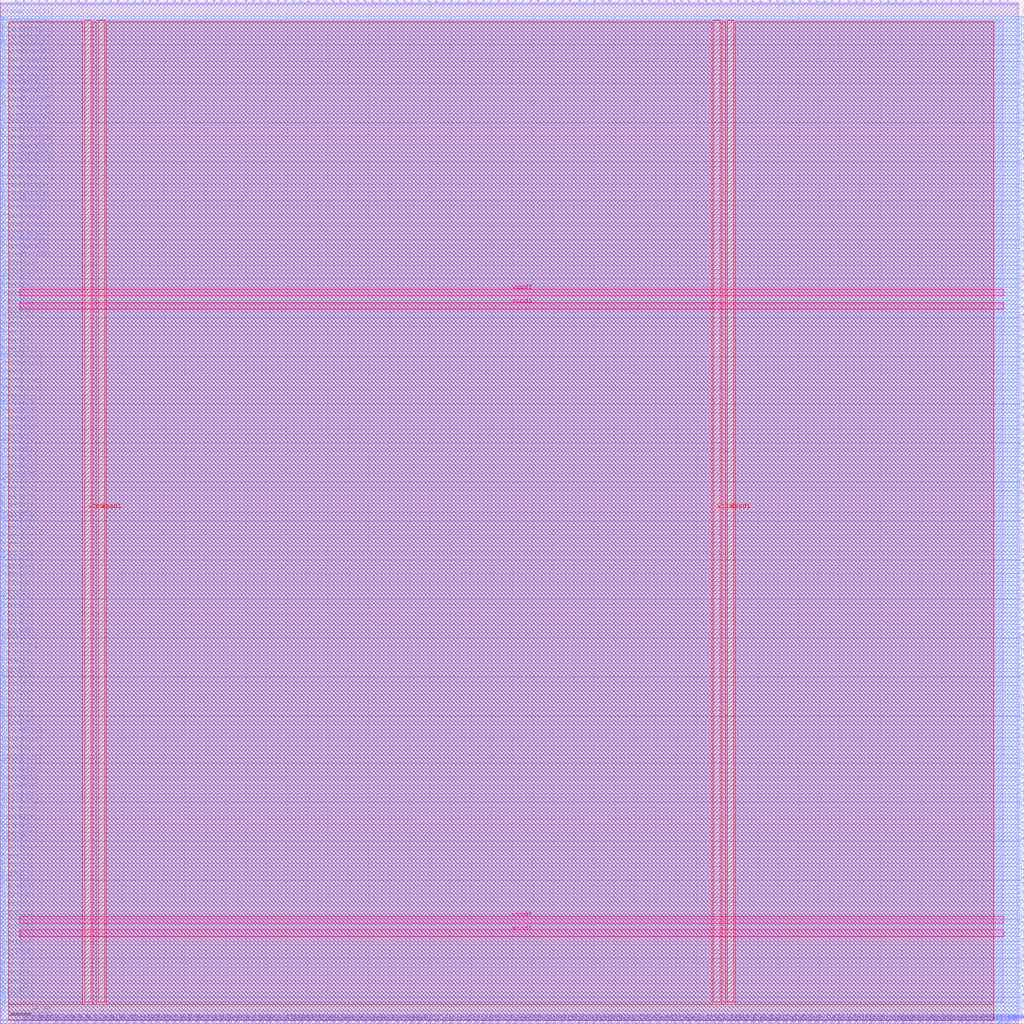
<source format=lef>
VERSION 5.7 ;
  NOWIREEXTENSIONATPIN ON ;
  DIVIDERCHAR "/" ;
  BUSBITCHARS "[]" ;
MACRO LUT4AB
  CLASS BLOCK ;
  FOREIGN LUT4AB ;
  ORIGIN 0.000 0.000 ;
  SIZE 250.000 BY 250.000 ;
  PIN Ci
    DIRECTION INPUT ;
    USE SIGNAL ;
    ANTENNAGATEAREA 0.213000 ;
    PORT
      LAYER met2 ;
        RECT 104.460 0.000 104.840 0.700 ;
    END
  END Ci
  PIN Co
    DIRECTION OUTPUT TRISTATE ;
    USE SIGNAL ;
    ANTENNADIFFAREA 1.336500 ;
    PORT
      LAYER met2 ;
        RECT 104.460 249.300 104.840 250.000 ;
    END
  END Co
  PIN E1BEG[0]
    DIRECTION OUTPUT TRISTATE ;
    USE SIGNAL ;
    ANTENNADIFFAREA 0.891000 ;
    PORT
      LAYER met3 ;
        RECT 249.300 3.550 250.000 3.930 ;
    END
  END E1BEG[0]
  PIN E1BEG[1]
    DIRECTION OUTPUT TRISTATE ;
    USE SIGNAL ;
    ANTENNADIFFAREA 0.891000 ;
    PORT
      LAYER met3 ;
        RECT 249.300 5.590 250.000 5.970 ;
    END
  END E1BEG[1]
  PIN E1BEG[2]
    DIRECTION OUTPUT TRISTATE ;
    USE SIGNAL ;
    ANTENNADIFFAREA 0.795200 ;
    PORT
      LAYER met3 ;
        RECT 249.300 6.950 250.000 7.330 ;
    END
  END E1BEG[2]
  PIN E1BEG[3]
    DIRECTION OUTPUT TRISTATE ;
    USE SIGNAL ;
    ANTENNADIFFAREA 0.795200 ;
    PORT
      LAYER met3 ;
        RECT 249.300 8.990 250.000 9.370 ;
    END
  END E1BEG[3]
  PIN E1END[0]
    DIRECTION INPUT ;
    USE SIGNAL ;
    ANTENNAGATEAREA 0.159000 ;
    PORT
      LAYER met3 ;
        RECT 0.000 3.550 0.700 3.930 ;
    END
  END E1END[0]
  PIN E1END[1]
    DIRECTION INPUT ;
    USE SIGNAL ;
    ANTENNAGATEAREA 0.213000 ;
    PORT
      LAYER met3 ;
        RECT 0.000 5.590 0.700 5.970 ;
    END
  END E1END[1]
  PIN E1END[2]
    DIRECTION INPUT ;
    USE SIGNAL ;
    ANTENNAGATEAREA 0.126000 ;
    PORT
      LAYER met3 ;
        RECT 0.000 6.950 0.700 7.330 ;
    END
  END E1END[2]
  PIN E1END[3]
    DIRECTION INPUT ;
    USE SIGNAL ;
    ANTENNAGATEAREA 0.126000 ;
    PORT
      LAYER met3 ;
        RECT 0.000 8.990 0.700 9.370 ;
    END
  END E1END[3]
  PIN E2BEG[0]
    DIRECTION OUTPUT TRISTATE ;
    USE SIGNAL ;
    ANTENNADIFFAREA 0.445500 ;
    PORT
      LAYER met3 ;
        RECT 249.300 11.030 250.000 11.410 ;
    END
  END E2BEG[0]
  PIN E2BEG[1]
    DIRECTION OUTPUT TRISTATE ;
    USE SIGNAL ;
    ANTENNADIFFAREA 0.891000 ;
    PORT
      LAYER met3 ;
        RECT 249.300 13.070 250.000 13.450 ;
    END
  END E2BEG[1]
  PIN E2BEG[2]
    DIRECTION OUTPUT TRISTATE ;
    USE SIGNAL ;
    ANTENNADIFFAREA 0.795200 ;
    PORT
      LAYER met3 ;
        RECT 249.300 15.110 250.000 15.490 ;
    END
  END E2BEG[2]
  PIN E2BEG[3]
    DIRECTION OUTPUT TRISTATE ;
    USE SIGNAL ;
    ANTENNADIFFAREA 0.445500 ;
    PORT
      LAYER met3 ;
        RECT 249.300 16.470 250.000 16.850 ;
    END
  END E2BEG[3]
  PIN E2BEG[4]
    DIRECTION OUTPUT TRISTATE ;
    USE SIGNAL ;
    ANTENNADIFFAREA 0.795200 ;
    PORT
      LAYER met3 ;
        RECT 249.300 18.510 250.000 18.890 ;
    END
  END E2BEG[4]
  PIN E2BEG[5]
    DIRECTION OUTPUT TRISTATE ;
    USE SIGNAL ;
    ANTENNADIFFAREA 0.795200 ;
    PORT
      LAYER met3 ;
        RECT 249.300 20.550 250.000 20.930 ;
    END
  END E2BEG[5]
  PIN E2BEG[6]
    DIRECTION OUTPUT TRISTATE ;
    USE SIGNAL ;
    ANTENNADIFFAREA 0.445500 ;
    PORT
      LAYER met3 ;
        RECT 249.300 22.590 250.000 22.970 ;
    END
  END E2BEG[6]
  PIN E2BEG[7]
    DIRECTION OUTPUT TRISTATE ;
    USE SIGNAL ;
    ANTENNADIFFAREA 0.445500 ;
    PORT
      LAYER met3 ;
        RECT 249.300 24.630 250.000 25.010 ;
    END
  END E2BEG[7]
  PIN E2BEGb[0]
    DIRECTION OUTPUT TRISTATE ;
    USE SIGNAL ;
    ANTENNADIFFAREA 0.891000 ;
    PORT
      LAYER met3 ;
        RECT 249.300 25.990 250.000 26.370 ;
    END
  END E2BEGb[0]
  PIN E2BEGb[1]
    DIRECTION OUTPUT TRISTATE ;
    USE SIGNAL ;
    ANTENNADIFFAREA 0.795200 ;
    PORT
      LAYER met3 ;
        RECT 249.300 28.030 250.000 28.410 ;
    END
  END E2BEGb[1]
  PIN E2BEGb[2]
    DIRECTION OUTPUT TRISTATE ;
    USE SIGNAL ;
    ANTENNADIFFAREA 0.445500 ;
    PORT
      LAYER met3 ;
        RECT 249.300 30.070 250.000 30.450 ;
    END
  END E2BEGb[2]
  PIN E2BEGb[3]
    DIRECTION OUTPUT TRISTATE ;
    USE SIGNAL ;
    ANTENNADIFFAREA 0.445500 ;
    PORT
      LAYER met3 ;
        RECT 249.300 32.110 250.000 32.490 ;
    END
  END E2BEGb[3]
  PIN E2BEGb[4]
    DIRECTION OUTPUT TRISTATE ;
    USE SIGNAL ;
    ANTENNADIFFAREA 0.891000 ;
    PORT
      LAYER met3 ;
        RECT 249.300 34.150 250.000 34.530 ;
    END
  END E2BEGb[4]
  PIN E2BEGb[5]
    DIRECTION OUTPUT TRISTATE ;
    USE SIGNAL ;
    ANTENNADIFFAREA 0.445500 ;
    PORT
      LAYER met3 ;
        RECT 249.300 35.510 250.000 35.890 ;
    END
  END E2BEGb[5]
  PIN E2BEGb[6]
    DIRECTION OUTPUT TRISTATE ;
    USE SIGNAL ;
    ANTENNADIFFAREA 0.445500 ;
    PORT
      LAYER met3 ;
        RECT 249.300 37.550 250.000 37.930 ;
    END
  END E2BEGb[6]
  PIN E2BEGb[7]
    DIRECTION OUTPUT TRISTATE ;
    USE SIGNAL ;
    ANTENNADIFFAREA 0.891000 ;
    PORT
      LAYER met3 ;
        RECT 249.300 39.590 250.000 39.970 ;
    END
  END E2BEGb[7]
  PIN E2END[0]
    DIRECTION INPUT ;
    USE SIGNAL ;
    ANTENNAGATEAREA 0.126000 ;
    PORT
      LAYER met3 ;
        RECT 0.000 25.990 0.700 26.370 ;
    END
  END E2END[0]
  PIN E2END[1]
    DIRECTION INPUT ;
    USE SIGNAL ;
    ANTENNAGATEAREA 0.159000 ;
    PORT
      LAYER met3 ;
        RECT 0.000 28.030 0.700 28.410 ;
    END
  END E2END[1]
  PIN E2END[2]
    DIRECTION INPUT ;
    USE SIGNAL ;
    ANTENNAGATEAREA 0.213000 ;
    PORT
      LAYER met3 ;
        RECT 0.000 30.070 0.700 30.450 ;
    END
  END E2END[2]
  PIN E2END[3]
    DIRECTION INPUT ;
    USE SIGNAL ;
    ANTENNAGATEAREA 0.213000 ;
    PORT
      LAYER met3 ;
        RECT 0.000 32.110 0.700 32.490 ;
    END
  END E2END[3]
  PIN E2END[4]
    DIRECTION INPUT ;
    USE SIGNAL ;
    ANTENNAGATEAREA 0.213000 ;
    PORT
      LAYER met3 ;
        RECT 0.000 34.150 0.700 34.530 ;
    END
  END E2END[4]
  PIN E2END[5]
    DIRECTION INPUT ;
    USE SIGNAL ;
    ANTENNAGATEAREA 0.159000 ;
    PORT
      LAYER met3 ;
        RECT 0.000 35.510 0.700 35.890 ;
    END
  END E2END[5]
  PIN E2END[6]
    DIRECTION INPUT ;
    USE SIGNAL ;
    ANTENNAGATEAREA 0.213000 ;
    PORT
      LAYER met3 ;
        RECT 0.000 37.550 0.700 37.930 ;
    END
  END E2END[6]
  PIN E2END[7]
    DIRECTION INPUT ;
    USE SIGNAL ;
    ANTENNAGATEAREA 0.213000 ;
    PORT
      LAYER met3 ;
        RECT 0.000 39.590 0.700 39.970 ;
    END
  END E2END[7]
  PIN E2MID[0]
    DIRECTION INPUT ;
    USE SIGNAL ;
    ANTENNAGATEAREA 0.213000 ;
    PORT
      LAYER met3 ;
        RECT 0.000 11.030 0.700 11.410 ;
    END
  END E2MID[0]
  PIN E2MID[1]
    DIRECTION INPUT ;
    USE SIGNAL ;
    ANTENNAGATEAREA 0.213000 ;
    PORT
      LAYER met3 ;
        RECT 0.000 13.070 0.700 13.450 ;
    END
  END E2MID[1]
  PIN E2MID[2]
    DIRECTION INPUT ;
    USE SIGNAL ;
    ANTENNAGATEAREA 0.159000 ;
    PORT
      LAYER met3 ;
        RECT 0.000 15.110 0.700 15.490 ;
    END
  END E2MID[2]
  PIN E2MID[3]
    DIRECTION INPUT ;
    USE SIGNAL ;
    ANTENNAGATEAREA 0.159000 ;
    PORT
      LAYER met3 ;
        RECT 0.000 16.470 0.700 16.850 ;
    END
  END E2MID[3]
  PIN E2MID[4]
    DIRECTION INPUT ;
    USE SIGNAL ;
    ANTENNAGATEAREA 0.159000 ;
    PORT
      LAYER met3 ;
        RECT 0.000 18.510 0.700 18.890 ;
    END
  END E2MID[4]
  PIN E2MID[5]
    DIRECTION INPUT ;
    USE SIGNAL ;
    ANTENNAGATEAREA 0.213000 ;
    PORT
      LAYER met3 ;
        RECT 0.000 20.550 0.700 20.930 ;
    END
  END E2MID[5]
  PIN E2MID[6]
    DIRECTION INPUT ;
    USE SIGNAL ;
    ANTENNAGATEAREA 0.213000 ;
    PORT
      LAYER met3 ;
        RECT 0.000 22.590 0.700 22.970 ;
    END
  END E2MID[6]
  PIN E2MID[7]
    DIRECTION INPUT ;
    USE SIGNAL ;
    ANTENNAGATEAREA 0.159000 ;
    PORT
      LAYER met3 ;
        RECT 0.000 24.630 0.700 25.010 ;
    END
  END E2MID[7]
  PIN E6BEG[0]
    DIRECTION OUTPUT TRISTATE ;
    USE SIGNAL ;
    ANTENNADIFFAREA 0.795200 ;
    PORT
      LAYER met3 ;
        RECT 249.300 72.230 250.000 72.610 ;
    END
  END E6BEG[0]
  PIN E6BEG[10]
    DIRECTION OUTPUT TRISTATE ;
    USE SIGNAL ;
    ANTENNADIFFAREA 0.445500 ;
    PORT
      LAYER met3 ;
        RECT 249.300 91.270 250.000 91.650 ;
    END
  END E6BEG[10]
  PIN E6BEG[11]
    DIRECTION OUTPUT TRISTATE ;
    USE SIGNAL ;
    ANTENNADIFFAREA 0.445500 ;
    PORT
      LAYER met3 ;
        RECT 249.300 93.310 250.000 93.690 ;
    END
  END E6BEG[11]
  PIN E6BEG[1]
    DIRECTION OUTPUT TRISTATE ;
    USE SIGNAL ;
    ANTENNADIFFAREA 0.795200 ;
    PORT
      LAYER met3 ;
        RECT 249.300 74.270 250.000 74.650 ;
    END
  END E6BEG[1]
  PIN E6BEG[2]
    DIRECTION OUTPUT TRISTATE ;
    USE SIGNAL ;
    ANTENNADIFFAREA 0.891000 ;
    PORT
      LAYER met3 ;
        RECT 249.300 75.630 250.000 76.010 ;
    END
  END E6BEG[2]
  PIN E6BEG[3]
    DIRECTION OUTPUT TRISTATE ;
    USE SIGNAL ;
    ANTENNADIFFAREA 0.795200 ;
    PORT
      LAYER met3 ;
        RECT 249.300 77.670 250.000 78.050 ;
    END
  END E6BEG[3]
  PIN E6BEG[4]
    DIRECTION OUTPUT TRISTATE ;
    USE SIGNAL ;
    ANTENNADIFFAREA 0.445500 ;
    PORT
      LAYER met3 ;
        RECT 249.300 79.710 250.000 80.090 ;
    END
  END E6BEG[4]
  PIN E6BEG[5]
    DIRECTION OUTPUT TRISTATE ;
    USE SIGNAL ;
    ANTENNADIFFAREA 0.795200 ;
    PORT
      LAYER met3 ;
        RECT 249.300 81.750 250.000 82.130 ;
    END
  END E6BEG[5]
  PIN E6BEG[6]
    DIRECTION OUTPUT TRISTATE ;
    USE SIGNAL ;
    ANTENNADIFFAREA 0.795200 ;
    PORT
      LAYER met3 ;
        RECT 249.300 83.790 250.000 84.170 ;
    END
  END E6BEG[6]
  PIN E6BEG[7]
    DIRECTION OUTPUT TRISTATE ;
    USE SIGNAL ;
    ANTENNADIFFAREA 0.445500 ;
    PORT
      LAYER met3 ;
        RECT 249.300 85.150 250.000 85.530 ;
    END
  END E6BEG[7]
  PIN E6BEG[8]
    DIRECTION OUTPUT TRISTATE ;
    USE SIGNAL ;
    ANTENNADIFFAREA 0.445500 ;
    PORT
      LAYER met3 ;
        RECT 249.300 87.190 250.000 87.570 ;
    END
  END E6BEG[8]
  PIN E6BEG[9]
    DIRECTION OUTPUT TRISTATE ;
    USE SIGNAL ;
    ANTENNADIFFAREA 0.891000 ;
    PORT
      LAYER met3 ;
        RECT 249.300 89.230 250.000 89.610 ;
    END
  END E6BEG[9]
  PIN E6END[0]
    DIRECTION INPUT ;
    USE SIGNAL ;
    ANTENNAGATEAREA 0.126000 ;
    PORT
      LAYER met3 ;
        RECT 0.000 72.230 0.700 72.610 ;
    END
  END E6END[0]
  PIN E6END[10]
    DIRECTION INPUT ;
    USE SIGNAL ;
    ANTENNAGATEAREA 0.126000 ;
    PORT
      LAYER met3 ;
        RECT 0.000 91.270 0.700 91.650 ;
    END
  END E6END[10]
  PIN E6END[11]
    DIRECTION INPUT ;
    USE SIGNAL ;
    ANTENNAGATEAREA 0.159000 ;
    PORT
      LAYER met3 ;
        RECT 0.000 93.310 0.700 93.690 ;
    END
  END E6END[11]
  PIN E6END[1]
    DIRECTION INPUT ;
    USE SIGNAL ;
    ANTENNAGATEAREA 0.213000 ;
    PORT
      LAYER met3 ;
        RECT 0.000 74.270 0.700 74.650 ;
    END
  END E6END[1]
  PIN E6END[2]
    DIRECTION INPUT ;
    USE SIGNAL ;
    ANTENNAGATEAREA 0.213000 ;
    PORT
      LAYER met3 ;
        RECT 0.000 75.630 0.700 76.010 ;
    END
  END E6END[2]
  PIN E6END[3]
    DIRECTION INPUT ;
    USE SIGNAL ;
    ANTENNAGATEAREA 0.126000 ;
    PORT
      LAYER met3 ;
        RECT 0.000 77.670 0.700 78.050 ;
    END
  END E6END[3]
  PIN E6END[4]
    DIRECTION INPUT ;
    USE SIGNAL ;
    ANTENNAGATEAREA 0.213000 ;
    PORT
      LAYER met3 ;
        RECT 0.000 79.710 0.700 80.090 ;
    END
  END E6END[4]
  PIN E6END[5]
    DIRECTION INPUT ;
    USE SIGNAL ;
    ANTENNAGATEAREA 0.159000 ;
    PORT
      LAYER met3 ;
        RECT 0.000 81.750 0.700 82.130 ;
    END
  END E6END[5]
  PIN E6END[6]
    DIRECTION INPUT ;
    USE SIGNAL ;
    ANTENNAGATEAREA 0.159000 ;
    PORT
      LAYER met3 ;
        RECT 0.000 83.790 0.700 84.170 ;
    END
  END E6END[6]
  PIN E6END[7]
    DIRECTION INPUT ;
    USE SIGNAL ;
    ANTENNAGATEAREA 0.196500 ;
    PORT
      LAYER met3 ;
        RECT 0.000 85.150 0.700 85.530 ;
    END
  END E6END[7]
  PIN E6END[8]
    DIRECTION INPUT ;
    USE SIGNAL ;
    ANTENNAGATEAREA 0.159000 ;
    PORT
      LAYER met3 ;
        RECT 0.000 87.190 0.700 87.570 ;
    END
  END E6END[8]
  PIN E6END[9]
    DIRECTION INPUT ;
    USE SIGNAL ;
    ANTENNAGATEAREA 0.159000 ;
    PORT
      LAYER met3 ;
        RECT 0.000 89.230 0.700 89.610 ;
    END
  END E6END[9]
  PIN EE4BEG[0]
    DIRECTION OUTPUT TRISTATE ;
    USE SIGNAL ;
    ANTENNADIFFAREA 0.795200 ;
    PORT
      LAYER met3 ;
        RECT 249.300 41.630 250.000 42.010 ;
    END
  END EE4BEG[0]
  PIN EE4BEG[10]
    DIRECTION OUTPUT TRISTATE ;
    USE SIGNAL ;
    ANTENNADIFFAREA 0.445500 ;
    PORT
      LAYER met3 ;
        RECT 249.300 60.670 250.000 61.050 ;
    END
  END EE4BEG[10]
  PIN EE4BEG[11]
    DIRECTION OUTPUT TRISTATE ;
    USE SIGNAL ;
    ANTENNADIFFAREA 0.445500 ;
    PORT
      LAYER met3 ;
        RECT 249.300 62.710 250.000 63.090 ;
    END
  END EE4BEG[11]
  PIN EE4BEG[12]
    DIRECTION OUTPUT TRISTATE ;
    USE SIGNAL ;
    ANTENNADIFFAREA 0.795200 ;
    PORT
      LAYER met3 ;
        RECT 249.300 64.070 250.000 64.450 ;
    END
  END EE4BEG[12]
  PIN EE4BEG[13]
    DIRECTION OUTPUT TRISTATE ;
    USE SIGNAL ;
    ANTENNADIFFAREA 0.445500 ;
    PORT
      LAYER met3 ;
        RECT 249.300 66.110 250.000 66.490 ;
    END
  END EE4BEG[13]
  PIN EE4BEG[14]
    DIRECTION OUTPUT TRISTATE ;
    USE SIGNAL ;
    ANTENNADIFFAREA 0.891000 ;
    PORT
      LAYER met3 ;
        RECT 249.300 68.150 250.000 68.530 ;
    END
  END EE4BEG[14]
  PIN EE4BEG[15]
    DIRECTION OUTPUT TRISTATE ;
    USE SIGNAL ;
    ANTENNADIFFAREA 0.445500 ;
    PORT
      LAYER met3 ;
        RECT 249.300 70.190 250.000 70.570 ;
    END
  END EE4BEG[15]
  PIN EE4BEG[1]
    DIRECTION OUTPUT TRISTATE ;
    USE SIGNAL ;
    ANTENNADIFFAREA 0.445500 ;
    PORT
      LAYER met3 ;
        RECT 249.300 43.670 250.000 44.050 ;
    END
  END EE4BEG[1]
  PIN EE4BEG[2]
    DIRECTION OUTPUT TRISTATE ;
    USE SIGNAL ;
    ANTENNADIFFAREA 0.795200 ;
    PORT
      LAYER met3 ;
        RECT 249.300 45.030 250.000 45.410 ;
    END
  END EE4BEG[2]
  PIN EE4BEG[3]
    DIRECTION OUTPUT TRISTATE ;
    USE SIGNAL ;
    ANTENNADIFFAREA 0.795200 ;
    PORT
      LAYER met3 ;
        RECT 249.300 47.070 250.000 47.450 ;
    END
  END EE4BEG[3]
  PIN EE4BEG[4]
    DIRECTION OUTPUT TRISTATE ;
    USE SIGNAL ;
    ANTENNADIFFAREA 0.795200 ;
    PORT
      LAYER met3 ;
        RECT 249.300 49.110 250.000 49.490 ;
    END
  END EE4BEG[4]
  PIN EE4BEG[5]
    DIRECTION OUTPUT TRISTATE ;
    USE SIGNAL ;
    ANTENNADIFFAREA 0.445500 ;
    PORT
      LAYER met3 ;
        RECT 249.300 51.150 250.000 51.530 ;
    END
  END EE4BEG[5]
  PIN EE4BEG[6]
    DIRECTION OUTPUT TRISTATE ;
    USE SIGNAL ;
    ANTENNADIFFAREA 0.891000 ;
    PORT
      LAYER met3 ;
        RECT 249.300 53.190 250.000 53.570 ;
    END
  END EE4BEG[6]
  PIN EE4BEG[7]
    DIRECTION OUTPUT TRISTATE ;
    USE SIGNAL ;
    ANTENNADIFFAREA 0.891000 ;
    PORT
      LAYER met3 ;
        RECT 249.300 54.550 250.000 54.930 ;
    END
  END EE4BEG[7]
  PIN EE4BEG[8]
    DIRECTION OUTPUT TRISTATE ;
    USE SIGNAL ;
    ANTENNADIFFAREA 0.445500 ;
    PORT
      LAYER met3 ;
        RECT 249.300 56.590 250.000 56.970 ;
    END
  END EE4BEG[8]
  PIN EE4BEG[9]
    DIRECTION OUTPUT TRISTATE ;
    USE SIGNAL ;
    ANTENNADIFFAREA 0.795200 ;
    PORT
      LAYER met3 ;
        RECT 249.300 58.630 250.000 59.010 ;
    END
  END EE4BEG[9]
  PIN EE4END[0]
    DIRECTION INPUT ;
    USE SIGNAL ;
    ANTENNAGATEAREA 0.213000 ;
    PORT
      LAYER met3 ;
        RECT 0.000 41.630 0.700 42.010 ;
    END
  END EE4END[0]
  PIN EE4END[10]
    DIRECTION INPUT ;
    USE SIGNAL ;
    ANTENNAGATEAREA 0.213000 ;
    PORT
      LAYER met3 ;
        RECT 0.000 60.670 0.700 61.050 ;
    END
  END EE4END[10]
  PIN EE4END[11]
    DIRECTION INPUT ;
    USE SIGNAL ;
    ANTENNAGATEAREA 0.213000 ;
    PORT
      LAYER met3 ;
        RECT 0.000 62.710 0.700 63.090 ;
    END
  END EE4END[11]
  PIN EE4END[12]
    DIRECTION INPUT ;
    USE SIGNAL ;
    ANTENNAGATEAREA 0.196500 ;
    PORT
      LAYER met3 ;
        RECT 0.000 64.070 0.700 64.450 ;
    END
  END EE4END[12]
  PIN EE4END[13]
    DIRECTION INPUT ;
    USE SIGNAL ;
    ANTENNAGATEAREA 0.213000 ;
    PORT
      LAYER met3 ;
        RECT 0.000 66.110 0.700 66.490 ;
    END
  END EE4END[13]
  PIN EE4END[14]
    DIRECTION INPUT ;
    USE SIGNAL ;
    ANTENNAGATEAREA 0.159000 ;
    PORT
      LAYER met3 ;
        RECT 0.000 68.150 0.700 68.530 ;
    END
  END EE4END[14]
  PIN EE4END[15]
    DIRECTION INPUT ;
    USE SIGNAL ;
    ANTENNAGATEAREA 0.213000 ;
    PORT
      LAYER met3 ;
        RECT 0.000 70.190 0.700 70.570 ;
    END
  END EE4END[15]
  PIN EE4END[1]
    DIRECTION INPUT ;
    USE SIGNAL ;
    ANTENNAGATEAREA 0.159000 ;
    PORT
      LAYER met3 ;
        RECT 0.000 43.670 0.700 44.050 ;
    END
  END EE4END[1]
  PIN EE4END[2]
    DIRECTION INPUT ;
    USE SIGNAL ;
    ANTENNAGATEAREA 0.213000 ;
    PORT
      LAYER met3 ;
        RECT 0.000 45.030 0.700 45.410 ;
    END
  END EE4END[2]
  PIN EE4END[3]
    DIRECTION INPUT ;
    USE SIGNAL ;
    ANTENNAGATEAREA 0.159000 ;
    PORT
      LAYER met3 ;
        RECT 0.000 47.070 0.700 47.450 ;
    END
  END EE4END[3]
  PIN EE4END[4]
    DIRECTION INPUT ;
    USE SIGNAL ;
    ANTENNAGATEAREA 0.213000 ;
    PORT
      LAYER met3 ;
        RECT 0.000 49.110 0.700 49.490 ;
    END
  END EE4END[4]
  PIN EE4END[5]
    DIRECTION INPUT ;
    USE SIGNAL ;
    ANTENNAGATEAREA 0.213000 ;
    PORT
      LAYER met3 ;
        RECT 0.000 51.150 0.700 51.530 ;
    END
  END EE4END[5]
  PIN EE4END[6]
    DIRECTION INPUT ;
    USE SIGNAL ;
    ANTENNAGATEAREA 0.159000 ;
    PORT
      LAYER met3 ;
        RECT 0.000 53.190 0.700 53.570 ;
    END
  END EE4END[6]
  PIN EE4END[7]
    DIRECTION INPUT ;
    USE SIGNAL ;
    ANTENNAGATEAREA 0.196500 ;
    PORT
      LAYER met3 ;
        RECT 0.000 54.550 0.700 54.930 ;
    END
  END EE4END[7]
  PIN EE4END[8]
    DIRECTION INPUT ;
    USE SIGNAL ;
    ANTENNAGATEAREA 0.159000 ;
    PORT
      LAYER met3 ;
        RECT 0.000 56.590 0.700 56.970 ;
    END
  END EE4END[8]
  PIN EE4END[9]
    DIRECTION INPUT ;
    USE SIGNAL ;
    ANTENNAGATEAREA 0.213000 ;
    PORT
      LAYER met3 ;
        RECT 0.000 58.630 0.700 59.010 ;
    END
  END EE4END[9]
  PIN FrameData[0]
    DIRECTION INPUT ;
    USE SIGNAL ;
    ANTENNAGATEAREA 0.159000 ;
    PORT
      LAYER met3 ;
        RECT 0.000 186.470 0.700 186.850 ;
    END
  END FrameData[0]
  PIN FrameData[10]
    DIRECTION INPUT ;
    USE SIGNAL ;
    ANTENNAGATEAREA 0.213000 ;
    PORT
      LAYER met3 ;
        RECT 0.000 205.510 0.700 205.890 ;
    END
  END FrameData[10]
  PIN FrameData[11]
    DIRECTION INPUT ;
    USE SIGNAL ;
    ANTENNAGATEAREA 0.159000 ;
    PORT
      LAYER met3 ;
        RECT 0.000 207.550 0.700 207.930 ;
    END
  END FrameData[11]
  PIN FrameData[12]
    DIRECTION INPUT ;
    USE SIGNAL ;
    ANTENNAGATEAREA 0.213000 ;
    PORT
      LAYER met3 ;
        RECT 0.000 209.590 0.700 209.970 ;
    END
  END FrameData[12]
  PIN FrameData[13]
    DIRECTION INPUT ;
    USE SIGNAL ;
    ANTENNAGATEAREA 0.213000 ;
    PORT
      LAYER met3 ;
        RECT 0.000 210.950 0.700 211.330 ;
    END
  END FrameData[13]
  PIN FrameData[14]
    DIRECTION INPUT ;
    USE SIGNAL ;
    ANTENNAGATEAREA 0.159000 ;
    PORT
      LAYER met3 ;
        RECT 0.000 212.990 0.700 213.370 ;
    END
  END FrameData[14]
  PIN FrameData[15]
    DIRECTION INPUT ;
    USE SIGNAL ;
    ANTENNAGATEAREA 0.159000 ;
    PORT
      LAYER met3 ;
        RECT 0.000 215.030 0.700 215.410 ;
    END
  END FrameData[15]
  PIN FrameData[16]
    DIRECTION INPUT ;
    USE SIGNAL ;
    ANTENNAGATEAREA 0.159000 ;
    PORT
      LAYER met3 ;
        RECT 0.000 217.070 0.700 217.450 ;
    END
  END FrameData[16]
  PIN FrameData[17]
    DIRECTION INPUT ;
    USE SIGNAL ;
    ANTENNAGATEAREA 0.159000 ;
    PORT
      LAYER met3 ;
        RECT 0.000 219.110 0.700 219.490 ;
    END
  END FrameData[17]
  PIN FrameData[18]
    DIRECTION INPUT ;
    USE SIGNAL ;
    ANTENNAGATEAREA 0.159000 ;
    PORT
      LAYER met3 ;
        RECT 0.000 220.470 0.700 220.850 ;
    END
  END FrameData[18]
  PIN FrameData[19]
    DIRECTION INPUT ;
    USE SIGNAL ;
    ANTENNAGATEAREA 0.159000 ;
    PORT
      LAYER met3 ;
        RECT 0.000 222.510 0.700 222.890 ;
    END
  END FrameData[19]
  PIN FrameData[1]
    DIRECTION INPUT ;
    USE SIGNAL ;
    ANTENNAGATEAREA 0.196500 ;
    PORT
      LAYER met3 ;
        RECT 0.000 188.510 0.700 188.890 ;
    END
  END FrameData[1]
  PIN FrameData[20]
    DIRECTION INPUT ;
    USE SIGNAL ;
    ANTENNAGATEAREA 0.159000 ;
    PORT
      LAYER met3 ;
        RECT 0.000 224.550 0.700 224.930 ;
    END
  END FrameData[20]
  PIN FrameData[21]
    DIRECTION INPUT ;
    USE SIGNAL ;
    ANTENNAGATEAREA 0.213000 ;
    PORT
      LAYER met3 ;
        RECT 0.000 226.590 0.700 226.970 ;
    END
  END FrameData[21]
  PIN FrameData[22]
    DIRECTION INPUT ;
    USE SIGNAL ;
    ANTENNAGATEAREA 0.159000 ;
    PORT
      LAYER met3 ;
        RECT 0.000 228.630 0.700 229.010 ;
    END
  END FrameData[22]
  PIN FrameData[23]
    DIRECTION INPUT ;
    USE SIGNAL ;
    ANTENNAGATEAREA 0.159000 ;
    PORT
      LAYER met3 ;
        RECT 0.000 229.990 0.700 230.370 ;
    END
  END FrameData[23]
  PIN FrameData[24]
    DIRECTION INPUT ;
    USE SIGNAL ;
    ANTENNAGATEAREA 0.159000 ;
    PORT
      LAYER met3 ;
        RECT 0.000 232.030 0.700 232.410 ;
    END
  END FrameData[24]
  PIN FrameData[25]
    DIRECTION INPUT ;
    USE SIGNAL ;
    ANTENNAGATEAREA 0.159000 ;
    PORT
      LAYER met3 ;
        RECT 0.000 234.070 0.700 234.450 ;
    END
  END FrameData[25]
  PIN FrameData[26]
    DIRECTION INPUT ;
    USE SIGNAL ;
    ANTENNAGATEAREA 0.213000 ;
    PORT
      LAYER met3 ;
        RECT 0.000 236.110 0.700 236.490 ;
    END
  END FrameData[26]
  PIN FrameData[27]
    DIRECTION INPUT ;
    USE SIGNAL ;
    ANTENNAGATEAREA 0.213000 ;
    PORT
      LAYER met3 ;
        RECT 0.000 238.150 0.700 238.530 ;
    END
  END FrameData[27]
  PIN FrameData[28]
    DIRECTION INPUT ;
    USE SIGNAL ;
    ANTENNAGATEAREA 0.213000 ;
    PORT
      LAYER met3 ;
        RECT 0.000 239.510 0.700 239.890 ;
    END
  END FrameData[28]
  PIN FrameData[29]
    DIRECTION INPUT ;
    USE SIGNAL ;
    ANTENNAGATEAREA 0.213000 ;
    PORT
      LAYER met3 ;
        RECT 0.000 241.550 0.700 241.930 ;
    END
  END FrameData[29]
  PIN FrameData[2]
    DIRECTION INPUT ;
    USE SIGNAL ;
    ANTENNAGATEAREA 0.196500 ;
    PORT
      LAYER met3 ;
        RECT 0.000 190.550 0.700 190.930 ;
    END
  END FrameData[2]
  PIN FrameData[30]
    DIRECTION INPUT ;
    USE SIGNAL ;
    ANTENNAGATEAREA 0.196500 ;
    PORT
      LAYER met3 ;
        RECT 0.000 243.590 0.700 243.970 ;
    END
  END FrameData[30]
  PIN FrameData[31]
    DIRECTION INPUT ;
    USE SIGNAL ;
    ANTENNAGATEAREA 0.213000 ;
    PORT
      LAYER met3 ;
        RECT 0.000 245.630 0.700 246.010 ;
    END
  END FrameData[31]
  PIN FrameData[3]
    DIRECTION INPUT ;
    USE SIGNAL ;
    ANTENNAGATEAREA 0.159000 ;
    PORT
      LAYER met3 ;
        RECT 0.000 191.910 0.700 192.290 ;
    END
  END FrameData[3]
  PIN FrameData[4]
    DIRECTION INPUT ;
    USE SIGNAL ;
    ANTENNAGATEAREA 0.159000 ;
    PORT
      LAYER met3 ;
        RECT 0.000 193.950 0.700 194.330 ;
    END
  END FrameData[4]
  PIN FrameData[5]
    DIRECTION INPUT ;
    USE SIGNAL ;
    ANTENNAGATEAREA 0.159000 ;
    PORT
      LAYER met3 ;
        RECT 0.000 195.990 0.700 196.370 ;
    END
  END FrameData[5]
  PIN FrameData[6]
    DIRECTION INPUT ;
    USE SIGNAL ;
    ANTENNAGATEAREA 0.196500 ;
    PORT
      LAYER met3 ;
        RECT 0.000 198.030 0.700 198.410 ;
    END
  END FrameData[6]
  PIN FrameData[7]
    DIRECTION INPUT ;
    USE SIGNAL ;
    ANTENNAGATEAREA 0.213000 ;
    PORT
      LAYER met3 ;
        RECT 0.000 200.070 0.700 200.450 ;
    END
  END FrameData[7]
  PIN FrameData[8]
    DIRECTION INPUT ;
    USE SIGNAL ;
    ANTENNAGATEAREA 0.213000 ;
    PORT
      LAYER met3 ;
        RECT 0.000 201.430 0.700 201.810 ;
    END
  END FrameData[8]
  PIN FrameData[9]
    DIRECTION INPUT ;
    USE SIGNAL ;
    ANTENNAGATEAREA 0.213000 ;
    PORT
      LAYER met3 ;
        RECT 0.000 203.470 0.700 203.850 ;
    END
  END FrameData[9]
  PIN FrameData_O[0]
    DIRECTION OUTPUT TRISTATE ;
    USE SIGNAL ;
    ANTENNADIFFAREA 0.445500 ;
    PORT
      LAYER met3 ;
        RECT 249.300 186.470 250.000 186.850 ;
    END
  END FrameData_O[0]
  PIN FrameData_O[10]
    DIRECTION OUTPUT TRISTATE ;
    USE SIGNAL ;
    ANTENNADIFFAREA 0.891000 ;
    PORT
      LAYER met3 ;
        RECT 249.300 205.510 250.000 205.890 ;
    END
  END FrameData_O[10]
  PIN FrameData_O[11]
    DIRECTION OUTPUT TRISTATE ;
    USE SIGNAL ;
    ANTENNADIFFAREA 0.795200 ;
    PORT
      LAYER met3 ;
        RECT 249.300 207.550 250.000 207.930 ;
    END
  END FrameData_O[11]
  PIN FrameData_O[12]
    DIRECTION OUTPUT TRISTATE ;
    USE SIGNAL ;
    ANTENNADIFFAREA 0.445500 ;
    PORT
      LAYER met3 ;
        RECT 249.300 209.590 250.000 209.970 ;
    END
  END FrameData_O[12]
  PIN FrameData_O[13]
    DIRECTION OUTPUT TRISTATE ;
    USE SIGNAL ;
    ANTENNADIFFAREA 0.445500 ;
    PORT
      LAYER met3 ;
        RECT 249.300 210.950 250.000 211.330 ;
    END
  END FrameData_O[13]
  PIN FrameData_O[14]
    DIRECTION OUTPUT TRISTATE ;
    USE SIGNAL ;
    ANTENNADIFFAREA 0.795200 ;
    PORT
      LAYER met3 ;
        RECT 249.300 212.990 250.000 213.370 ;
    END
  END FrameData_O[14]
  PIN FrameData_O[15]
    DIRECTION OUTPUT TRISTATE ;
    USE SIGNAL ;
    ANTENNADIFFAREA 0.445500 ;
    PORT
      LAYER met3 ;
        RECT 249.300 215.030 250.000 215.410 ;
    END
  END FrameData_O[15]
  PIN FrameData_O[16]
    DIRECTION OUTPUT TRISTATE ;
    USE SIGNAL ;
    ANTENNADIFFAREA 0.445500 ;
    PORT
      LAYER met3 ;
        RECT 249.300 217.070 250.000 217.450 ;
    END
  END FrameData_O[16]
  PIN FrameData_O[17]
    DIRECTION OUTPUT TRISTATE ;
    USE SIGNAL ;
    ANTENNADIFFAREA 0.891000 ;
    PORT
      LAYER met3 ;
        RECT 249.300 219.110 250.000 219.490 ;
    END
  END FrameData_O[17]
  PIN FrameData_O[18]
    DIRECTION OUTPUT TRISTATE ;
    USE SIGNAL ;
    ANTENNADIFFAREA 0.891000 ;
    PORT
      LAYER met3 ;
        RECT 249.300 220.470 250.000 220.850 ;
    END
  END FrameData_O[18]
  PIN FrameData_O[19]
    DIRECTION OUTPUT TRISTATE ;
    USE SIGNAL ;
    ANTENNADIFFAREA 0.795200 ;
    PORT
      LAYER met3 ;
        RECT 249.300 222.510 250.000 222.890 ;
    END
  END FrameData_O[19]
  PIN FrameData_O[1]
    DIRECTION OUTPUT TRISTATE ;
    USE SIGNAL ;
    ANTENNADIFFAREA 0.795200 ;
    PORT
      LAYER met3 ;
        RECT 249.300 188.510 250.000 188.890 ;
    END
  END FrameData_O[1]
  PIN FrameData_O[20]
    DIRECTION OUTPUT TRISTATE ;
    USE SIGNAL ;
    ANTENNADIFFAREA 0.445500 ;
    PORT
      LAYER met3 ;
        RECT 249.300 224.550 250.000 224.930 ;
    END
  END FrameData_O[20]
  PIN FrameData_O[21]
    DIRECTION OUTPUT TRISTATE ;
    USE SIGNAL ;
    ANTENNADIFFAREA 0.795200 ;
    PORT
      LAYER met3 ;
        RECT 249.300 226.590 250.000 226.970 ;
    END
  END FrameData_O[21]
  PIN FrameData_O[22]
    DIRECTION OUTPUT TRISTATE ;
    USE SIGNAL ;
    ANTENNADIFFAREA 0.795200 ;
    PORT
      LAYER met3 ;
        RECT 249.300 228.630 250.000 229.010 ;
    END
  END FrameData_O[22]
  PIN FrameData_O[23]
    DIRECTION OUTPUT TRISTATE ;
    USE SIGNAL ;
    ANTENNADIFFAREA 0.445500 ;
    PORT
      LAYER met3 ;
        RECT 249.300 229.990 250.000 230.370 ;
    END
  END FrameData_O[23]
  PIN FrameData_O[24]
    DIRECTION OUTPUT TRISTATE ;
    USE SIGNAL ;
    ANTENNADIFFAREA 0.795200 ;
    PORT
      LAYER met3 ;
        RECT 249.300 232.030 250.000 232.410 ;
    END
  END FrameData_O[24]
  PIN FrameData_O[25]
    DIRECTION OUTPUT TRISTATE ;
    USE SIGNAL ;
    ANTENNADIFFAREA 0.795200 ;
    PORT
      LAYER met3 ;
        RECT 249.300 234.070 250.000 234.450 ;
    END
  END FrameData_O[25]
  PIN FrameData_O[26]
    DIRECTION OUTPUT TRISTATE ;
    USE SIGNAL ;
    ANTENNADIFFAREA 0.891000 ;
    PORT
      LAYER met3 ;
        RECT 249.300 236.110 250.000 236.490 ;
    END
  END FrameData_O[26]
  PIN FrameData_O[27]
    DIRECTION OUTPUT TRISTATE ;
    USE SIGNAL ;
    ANTENNADIFFAREA 0.795200 ;
    PORT
      LAYER met3 ;
        RECT 249.300 238.150 250.000 238.530 ;
    END
  END FrameData_O[27]
  PIN FrameData_O[28]
    DIRECTION OUTPUT TRISTATE ;
    USE SIGNAL ;
    ANTENNADIFFAREA 0.891000 ;
    PORT
      LAYER met3 ;
        RECT 249.300 239.510 250.000 239.890 ;
    END
  END FrameData_O[28]
  PIN FrameData_O[29]
    DIRECTION OUTPUT TRISTATE ;
    USE SIGNAL ;
    ANTENNADIFFAREA 0.891000 ;
    PORT
      LAYER met3 ;
        RECT 249.300 241.550 250.000 241.930 ;
    END
  END FrameData_O[29]
  PIN FrameData_O[2]
    DIRECTION OUTPUT TRISTATE ;
    USE SIGNAL ;
    ANTENNADIFFAREA 0.445500 ;
    PORT
      LAYER met3 ;
        RECT 249.300 190.550 250.000 190.930 ;
    END
  END FrameData_O[2]
  PIN FrameData_O[30]
    DIRECTION OUTPUT TRISTATE ;
    USE SIGNAL ;
    ANTENNADIFFAREA 0.891000 ;
    PORT
      LAYER met3 ;
        RECT 249.300 243.590 250.000 243.970 ;
    END
  END FrameData_O[30]
  PIN FrameData_O[31]
    DIRECTION OUTPUT TRISTATE ;
    USE SIGNAL ;
    ANTENNADIFFAREA 0.891000 ;
    PORT
      LAYER met3 ;
        RECT 249.300 245.630 250.000 246.010 ;
    END
  END FrameData_O[31]
  PIN FrameData_O[3]
    DIRECTION OUTPUT TRISTATE ;
    USE SIGNAL ;
    ANTENNADIFFAREA 0.891000 ;
    PORT
      LAYER met3 ;
        RECT 249.300 191.910 250.000 192.290 ;
    END
  END FrameData_O[3]
  PIN FrameData_O[4]
    DIRECTION OUTPUT TRISTATE ;
    USE SIGNAL ;
    ANTENNADIFFAREA 0.795200 ;
    PORT
      LAYER met3 ;
        RECT 249.300 193.950 250.000 194.330 ;
    END
  END FrameData_O[4]
  PIN FrameData_O[5]
    DIRECTION OUTPUT TRISTATE ;
    USE SIGNAL ;
    ANTENNADIFFAREA 0.445500 ;
    PORT
      LAYER met3 ;
        RECT 249.300 195.990 250.000 196.370 ;
    END
  END FrameData_O[5]
  PIN FrameData_O[6]
    DIRECTION OUTPUT TRISTATE ;
    USE SIGNAL ;
    ANTENNADIFFAREA 0.795200 ;
    PORT
      LAYER met3 ;
        RECT 249.300 198.030 250.000 198.410 ;
    END
  END FrameData_O[6]
  PIN FrameData_O[7]
    DIRECTION OUTPUT TRISTATE ;
    USE SIGNAL ;
    ANTENNADIFFAREA 0.795200 ;
    PORT
      LAYER met3 ;
        RECT 249.300 200.070 250.000 200.450 ;
    END
  END FrameData_O[7]
  PIN FrameData_O[8]
    DIRECTION OUTPUT TRISTATE ;
    USE SIGNAL ;
    ANTENNADIFFAREA 0.795200 ;
    PORT
      LAYER met3 ;
        RECT 249.300 201.430 250.000 201.810 ;
    END
  END FrameData_O[8]
  PIN FrameData_O[9]
    DIRECTION OUTPUT TRISTATE ;
    USE SIGNAL ;
    ANTENNADIFFAREA 0.445500 ;
    PORT
      LAYER met3 ;
        RECT 249.300 203.470 250.000 203.850 ;
    END
  END FrameData_O[9]
  PIN FrameStrobe[0]
    DIRECTION INPUT ;
    USE SIGNAL ;
    ANTENNAGATEAREA 0.213000 ;
    PORT
      LAYER met2 ;
        RECT 207.040 0.000 207.420 0.700 ;
    END
  END FrameStrobe[0]
  PIN FrameStrobe[10]
    DIRECTION INPUT ;
    USE SIGNAL ;
    ANTENNAGATEAREA 0.213000 ;
    PORT
      LAYER met2 ;
        RECT 226.360 0.000 226.740 0.700 ;
    END
  END FrameStrobe[10]
  PIN FrameStrobe[11]
    DIRECTION INPUT ;
    USE SIGNAL ;
    ANTENNAGATEAREA 0.213000 ;
    PORT
      LAYER met2 ;
        RECT 228.200 0.000 228.580 0.700 ;
    END
  END FrameStrobe[11]
  PIN FrameStrobe[12]
    DIRECTION INPUT ;
    USE SIGNAL ;
    ANTENNAGATEAREA 0.196500 ;
    PORT
      LAYER met2 ;
        RECT 230.040 0.000 230.420 0.700 ;
    END
  END FrameStrobe[12]
  PIN FrameStrobe[13]
    DIRECTION INPUT ;
    USE SIGNAL ;
    ANTENNAGATEAREA 0.126000 ;
    PORT
      LAYER met2 ;
        RECT 231.880 0.000 232.260 0.700 ;
    END
  END FrameStrobe[13]
  PIN FrameStrobe[14]
    DIRECTION INPUT ;
    USE SIGNAL ;
    ANTENNAGATEAREA 0.213000 ;
    PORT
      LAYER met2 ;
        RECT 234.180 0.000 234.560 0.700 ;
    END
  END FrameStrobe[14]
  PIN FrameStrobe[15]
    DIRECTION INPUT ;
    USE SIGNAL ;
    ANTENNAGATEAREA 0.213000 ;
    PORT
      LAYER met2 ;
        RECT 236.020 0.000 236.400 0.700 ;
    END
  END FrameStrobe[15]
  PIN FrameStrobe[16]
    DIRECTION INPUT ;
    USE SIGNAL ;
    ANTENNAGATEAREA 0.213000 ;
    PORT
      LAYER met2 ;
        RECT 237.860 0.000 238.240 0.700 ;
    END
  END FrameStrobe[16]
  PIN FrameStrobe[17]
    DIRECTION INPUT ;
    USE SIGNAL ;
    ANTENNAGATEAREA 0.213000 ;
    PORT
      LAYER met2 ;
        RECT 239.700 0.000 240.080 0.700 ;
    END
  END FrameStrobe[17]
  PIN FrameStrobe[18]
    DIRECTION INPUT ;
    USE SIGNAL ;
    ANTENNAGATEAREA 0.213000 ;
    PORT
      LAYER met2 ;
        RECT 241.540 0.000 241.920 0.700 ;
    END
  END FrameStrobe[18]
  PIN FrameStrobe[19]
    DIRECTION INPUT ;
    USE SIGNAL ;
    ANTENNAGATEAREA 0.196500 ;
    PORT
      LAYER met2 ;
        RECT 243.840 0.000 244.220 0.700 ;
    END
  END FrameStrobe[19]
  PIN FrameStrobe[1]
    DIRECTION INPUT ;
    USE SIGNAL ;
    ANTENNAGATEAREA 0.213000 ;
    PORT
      LAYER met2 ;
        RECT 208.880 0.000 209.260 0.700 ;
    END
  END FrameStrobe[1]
  PIN FrameStrobe[2]
    DIRECTION INPUT ;
    USE SIGNAL ;
    ANTENNAGATEAREA 0.196500 ;
    PORT
      LAYER met2 ;
        RECT 210.720 0.000 211.100 0.700 ;
    END
  END FrameStrobe[2]
  PIN FrameStrobe[3]
    DIRECTION INPUT ;
    USE SIGNAL ;
    ANTENNAGATEAREA 0.213000 ;
    PORT
      LAYER met2 ;
        RECT 212.560 0.000 212.940 0.700 ;
    END
  END FrameStrobe[3]
  PIN FrameStrobe[4]
    DIRECTION INPUT ;
    USE SIGNAL ;
    ANTENNAGATEAREA 0.196500 ;
    PORT
      LAYER met2 ;
        RECT 214.860 0.000 215.240 0.700 ;
    END
  END FrameStrobe[4]
  PIN FrameStrobe[5]
    DIRECTION INPUT ;
    USE SIGNAL ;
    ANTENNAGATEAREA 0.196500 ;
    PORT
      LAYER met2 ;
        RECT 216.700 0.000 217.080 0.700 ;
    END
  END FrameStrobe[5]
  PIN FrameStrobe[6]
    DIRECTION INPUT ;
    USE SIGNAL ;
    ANTENNAGATEAREA 0.196500 ;
    PORT
      LAYER met2 ;
        RECT 218.540 0.000 218.920 0.700 ;
    END
  END FrameStrobe[6]
  PIN FrameStrobe[7]
    DIRECTION INPUT ;
    USE SIGNAL ;
    ANTENNAGATEAREA 0.196500 ;
    PORT
      LAYER met2 ;
        RECT 220.380 0.000 220.760 0.700 ;
    END
  END FrameStrobe[7]
  PIN FrameStrobe[8]
    DIRECTION INPUT ;
    USE SIGNAL ;
    ANTENNAGATEAREA 0.159000 ;
    PORT
      LAYER met2 ;
        RECT 222.220 0.000 222.600 0.700 ;
    END
  END FrameStrobe[8]
  PIN FrameStrobe[9]
    DIRECTION INPUT ;
    USE SIGNAL ;
    ANTENNAGATEAREA 0.159000 ;
    PORT
      LAYER met2 ;
        RECT 224.520 0.000 224.900 0.700 ;
    END
  END FrameStrobe[9]
  PIN FrameStrobe_O[0]
    DIRECTION OUTPUT TRISTATE ;
    USE SIGNAL ;
    ANTENNADIFFAREA 0.445500 ;
    PORT
      LAYER met2 ;
        RECT 207.040 249.300 207.420 250.000 ;
    END
  END FrameStrobe_O[0]
  PIN FrameStrobe_O[10]
    DIRECTION OUTPUT TRISTATE ;
    USE SIGNAL ;
    ANTENNADIFFAREA 0.891000 ;
    PORT
      LAYER met2 ;
        RECT 226.360 249.300 226.740 250.000 ;
    END
  END FrameStrobe_O[10]
  PIN FrameStrobe_O[11]
    DIRECTION OUTPUT TRISTATE ;
    USE SIGNAL ;
    ANTENNADIFFAREA 0.445500 ;
    PORT
      LAYER met2 ;
        RECT 228.200 249.300 228.580 250.000 ;
    END
  END FrameStrobe_O[11]
  PIN FrameStrobe_O[12]
    DIRECTION OUTPUT TRISTATE ;
    USE SIGNAL ;
    ANTENNADIFFAREA 0.891000 ;
    PORT
      LAYER met2 ;
        RECT 230.040 249.300 230.420 250.000 ;
    END
  END FrameStrobe_O[12]
  PIN FrameStrobe_O[13]
    DIRECTION OUTPUT TRISTATE ;
    USE SIGNAL ;
    ANTENNADIFFAREA 0.795200 ;
    PORT
      LAYER met2 ;
        RECT 231.880 249.300 232.260 250.000 ;
    END
  END FrameStrobe_O[13]
  PIN FrameStrobe_O[14]
    DIRECTION OUTPUT TRISTATE ;
    USE SIGNAL ;
    ANTENNADIFFAREA 0.891000 ;
    PORT
      LAYER met2 ;
        RECT 234.180 249.300 234.560 250.000 ;
    END
  END FrameStrobe_O[14]
  PIN FrameStrobe_O[15]
    DIRECTION OUTPUT TRISTATE ;
    USE SIGNAL ;
    ANTENNADIFFAREA 0.795200 ;
    PORT
      LAYER met2 ;
        RECT 236.020 249.300 236.400 250.000 ;
    END
  END FrameStrobe_O[15]
  PIN FrameStrobe_O[16]
    DIRECTION OUTPUT TRISTATE ;
    USE SIGNAL ;
    ANTENNADIFFAREA 0.891000 ;
    PORT
      LAYER met2 ;
        RECT 237.860 249.300 238.240 250.000 ;
    END
  END FrameStrobe_O[16]
  PIN FrameStrobe_O[17]
    DIRECTION OUTPUT TRISTATE ;
    USE SIGNAL ;
    ANTENNADIFFAREA 0.891000 ;
    PORT
      LAYER met2 ;
        RECT 239.700 249.300 240.080 250.000 ;
    END
  END FrameStrobe_O[17]
  PIN FrameStrobe_O[18]
    DIRECTION OUTPUT TRISTATE ;
    USE SIGNAL ;
    ANTENNADIFFAREA 0.891000 ;
    PORT
      LAYER met2 ;
        RECT 241.540 249.300 241.920 250.000 ;
    END
  END FrameStrobe_O[18]
  PIN FrameStrobe_O[19]
    DIRECTION OUTPUT TRISTATE ;
    USE SIGNAL ;
    ANTENNADIFFAREA 0.891000 ;
    PORT
      LAYER met2 ;
        RECT 243.840 249.300 244.220 250.000 ;
    END
  END FrameStrobe_O[19]
  PIN FrameStrobe_O[1]
    DIRECTION OUTPUT TRISTATE ;
    USE SIGNAL ;
    ANTENNADIFFAREA 0.445500 ;
    PORT
      LAYER met2 ;
        RECT 208.880 249.300 209.260 250.000 ;
    END
  END FrameStrobe_O[1]
  PIN FrameStrobe_O[2]
    DIRECTION OUTPUT TRISTATE ;
    USE SIGNAL ;
    ANTENNADIFFAREA 0.891000 ;
    PORT
      LAYER met2 ;
        RECT 210.720 249.300 211.100 250.000 ;
    END
  END FrameStrobe_O[2]
  PIN FrameStrobe_O[3]
    DIRECTION OUTPUT TRISTATE ;
    USE SIGNAL ;
    ANTENNADIFFAREA 0.891000 ;
    PORT
      LAYER met2 ;
        RECT 212.560 249.300 212.940 250.000 ;
    END
  END FrameStrobe_O[3]
  PIN FrameStrobe_O[4]
    DIRECTION OUTPUT TRISTATE ;
    USE SIGNAL ;
    ANTENNADIFFAREA 0.445500 ;
    PORT
      LAYER met2 ;
        RECT 214.860 249.300 215.240 250.000 ;
    END
  END FrameStrobe_O[4]
  PIN FrameStrobe_O[5]
    DIRECTION OUTPUT TRISTATE ;
    USE SIGNAL ;
    ANTENNADIFFAREA 0.445500 ;
    PORT
      LAYER met2 ;
        RECT 216.700 249.300 217.080 250.000 ;
    END
  END FrameStrobe_O[5]
  PIN FrameStrobe_O[6]
    DIRECTION OUTPUT TRISTATE ;
    USE SIGNAL ;
    ANTENNADIFFAREA 0.891000 ;
    PORT
      LAYER met2 ;
        RECT 218.540 249.300 218.920 250.000 ;
    END
  END FrameStrobe_O[6]
  PIN FrameStrobe_O[7]
    DIRECTION OUTPUT TRISTATE ;
    USE SIGNAL ;
    ANTENNADIFFAREA 0.891000 ;
    PORT
      LAYER met2 ;
        RECT 220.380 249.300 220.760 250.000 ;
    END
  END FrameStrobe_O[7]
  PIN FrameStrobe_O[8]
    DIRECTION OUTPUT TRISTATE ;
    USE SIGNAL ;
    ANTENNADIFFAREA 0.795200 ;
    PORT
      LAYER met2 ;
        RECT 222.220 249.300 222.600 250.000 ;
    END
  END FrameStrobe_O[8]
  PIN FrameStrobe_O[9]
    DIRECTION OUTPUT TRISTATE ;
    USE SIGNAL ;
    ANTENNADIFFAREA 0.891000 ;
    PORT
      LAYER met2 ;
        RECT 224.520 249.300 224.900 250.000 ;
    END
  END FrameStrobe_O[9]
  PIN N1BEG[0]
    DIRECTION OUTPUT TRISTATE ;
    USE SIGNAL ;
    ANTENNADIFFAREA 0.891000 ;
    PORT
      LAYER met2 ;
        RECT 3.720 249.300 4.100 250.000 ;
    END
  END N1BEG[0]
  PIN N1BEG[1]
    DIRECTION OUTPUT TRISTATE ;
    USE SIGNAL ;
    ANTENNADIFFAREA 0.891000 ;
    PORT
      LAYER met2 ;
        RECT 5.560 249.300 5.940 250.000 ;
    END
  END N1BEG[1]
  PIN N1BEG[2]
    DIRECTION OUTPUT TRISTATE ;
    USE SIGNAL ;
    ANTENNADIFFAREA 0.795200 ;
    PORT
      LAYER met2 ;
        RECT 7.400 249.300 7.780 250.000 ;
    END
  END N1BEG[2]
  PIN N1BEG[3]
    DIRECTION OUTPUT TRISTATE ;
    USE SIGNAL ;
    ANTENNADIFFAREA 0.445500 ;
    PORT
      LAYER met2 ;
        RECT 9.240 249.300 9.620 250.000 ;
    END
  END N1BEG[3]
  PIN N1END[0]
    DIRECTION INPUT ;
    USE SIGNAL ;
    ANTENNAGATEAREA 0.213000 ;
    PORT
      LAYER met2 ;
        RECT 3.720 0.000 4.100 0.700 ;
    END
  END N1END[0]
  PIN N1END[1]
    DIRECTION INPUT ;
    USE SIGNAL ;
    ANTENNAGATEAREA 0.213000 ;
    PORT
      LAYER met2 ;
        RECT 5.560 0.000 5.940 0.700 ;
    END
  END N1END[1]
  PIN N1END[2]
    DIRECTION INPUT ;
    USE SIGNAL ;
    ANTENNAGATEAREA 0.247500 ;
    PORT
      LAYER met2 ;
        RECT 7.400 0.000 7.780 0.700 ;
    END
  END N1END[2]
  PIN N1END[3]
    DIRECTION INPUT ;
    USE SIGNAL ;
    ANTENNAGATEAREA 0.247500 ;
    PORT
      LAYER met2 ;
        RECT 9.240 0.000 9.620 0.700 ;
    END
  END N1END[3]
  PIN N2BEG[0]
    DIRECTION OUTPUT TRISTATE ;
    USE SIGNAL ;
    ANTENNADIFFAREA 0.445500 ;
    PORT
      LAYER met2 ;
        RECT 11.080 249.300 11.460 250.000 ;
    END
  END N2BEG[0]
  PIN N2BEG[1]
    DIRECTION OUTPUT TRISTATE ;
    USE SIGNAL ;
    ANTENNADIFFAREA 0.795200 ;
    PORT
      LAYER met2 ;
        RECT 13.380 249.300 13.760 250.000 ;
    END
  END N2BEG[1]
  PIN N2BEG[2]
    DIRECTION OUTPUT TRISTATE ;
    USE SIGNAL ;
    ANTENNADIFFAREA 0.445500 ;
    PORT
      LAYER met2 ;
        RECT 15.220 249.300 15.600 250.000 ;
    END
  END N2BEG[2]
  PIN N2BEG[3]
    DIRECTION OUTPUT TRISTATE ;
    USE SIGNAL ;
    ANTENNADIFFAREA 0.445500 ;
    PORT
      LAYER met2 ;
        RECT 17.060 249.300 17.440 250.000 ;
    END
  END N2BEG[3]
  PIN N2BEG[4]
    DIRECTION OUTPUT TRISTATE ;
    USE SIGNAL ;
    ANTENNADIFFAREA 0.795200 ;
    PORT
      LAYER met2 ;
        RECT 18.900 249.300 19.280 250.000 ;
    END
  END N2BEG[4]
  PIN N2BEG[5]
    DIRECTION OUTPUT TRISTATE ;
    USE SIGNAL ;
    ANTENNADIFFAREA 0.891000 ;
    PORT
      LAYER met2 ;
        RECT 20.740 249.300 21.120 250.000 ;
    END
  END N2BEG[5]
  PIN N2BEG[6]
    DIRECTION OUTPUT TRISTATE ;
    USE SIGNAL ;
    ANTENNADIFFAREA 0.445500 ;
    PORT
      LAYER met2 ;
        RECT 23.040 249.300 23.420 250.000 ;
    END
  END N2BEG[6]
  PIN N2BEG[7]
    DIRECTION OUTPUT TRISTATE ;
    USE SIGNAL ;
    ANTENNADIFFAREA 0.445500 ;
    PORT
      LAYER met2 ;
        RECT 24.880 249.300 25.260 250.000 ;
    END
  END N2BEG[7]
  PIN N2BEGb[0]
    DIRECTION OUTPUT TRISTATE ;
    USE SIGNAL ;
    ANTENNADIFFAREA 0.445500 ;
    PORT
      LAYER met2 ;
        RECT 26.720 249.300 27.100 250.000 ;
    END
  END N2BEGb[0]
  PIN N2BEGb[1]
    DIRECTION OUTPUT TRISTATE ;
    USE SIGNAL ;
    ANTENNADIFFAREA 0.795200 ;
    PORT
      LAYER met2 ;
        RECT 28.560 249.300 28.940 250.000 ;
    END
  END N2BEGb[1]
  PIN N2BEGb[2]
    DIRECTION OUTPUT TRISTATE ;
    USE SIGNAL ;
    ANTENNADIFFAREA 0.445500 ;
    PORT
      LAYER met2 ;
        RECT 30.860 249.300 31.240 250.000 ;
    END
  END N2BEGb[2]
  PIN N2BEGb[3]
    DIRECTION OUTPUT TRISTATE ;
    USE SIGNAL ;
    ANTENNADIFFAREA 0.445500 ;
    PORT
      LAYER met2 ;
        RECT 32.700 249.300 33.080 250.000 ;
    END
  END N2BEGb[3]
  PIN N2BEGb[4]
    DIRECTION OUTPUT TRISTATE ;
    USE SIGNAL ;
    ANTENNADIFFAREA 0.795200 ;
    PORT
      LAYER met2 ;
        RECT 34.540 249.300 34.920 250.000 ;
    END
  END N2BEGb[4]
  PIN N2BEGb[5]
    DIRECTION OUTPUT TRISTATE ;
    USE SIGNAL ;
    ANTENNADIFFAREA 0.445500 ;
    PORT
      LAYER met2 ;
        RECT 36.380 249.300 36.760 250.000 ;
    END
  END N2BEGb[5]
  PIN N2BEGb[6]
    DIRECTION OUTPUT TRISTATE ;
    USE SIGNAL ;
    ANTENNADIFFAREA 0.445500 ;
    PORT
      LAYER met2 ;
        RECT 38.220 249.300 38.600 250.000 ;
    END
  END N2BEGb[6]
  PIN N2BEGb[7]
    DIRECTION OUTPUT TRISTATE ;
    USE SIGNAL ;
    ANTENNADIFFAREA 0.795200 ;
    PORT
      LAYER met2 ;
        RECT 40.520 249.300 40.900 250.000 ;
    END
  END N2BEGb[7]
  PIN N2END[0]
    DIRECTION INPUT ;
    USE SIGNAL ;
    ANTENNAGATEAREA 0.159000 ;
    PORT
      LAYER met2 ;
        RECT 26.720 0.000 27.100 0.700 ;
    END
  END N2END[0]
  PIN N2END[1]
    DIRECTION INPUT ;
    USE SIGNAL ;
    ANTENNAGATEAREA 0.159000 ;
    PORT
      LAYER met2 ;
        RECT 28.560 0.000 28.940 0.700 ;
    END
  END N2END[1]
  PIN N2END[2]
    DIRECTION INPUT ;
    USE SIGNAL ;
    ANTENNAGATEAREA 0.159000 ;
    PORT
      LAYER met2 ;
        RECT 30.860 0.000 31.240 0.700 ;
    END
  END N2END[2]
  PIN N2END[3]
    DIRECTION INPUT ;
    USE SIGNAL ;
    ANTENNAGATEAREA 0.159000 ;
    PORT
      LAYER met2 ;
        RECT 32.700 0.000 33.080 0.700 ;
    END
  END N2END[3]
  PIN N2END[4]
    DIRECTION INPUT ;
    USE SIGNAL ;
    ANTENNAGATEAREA 0.159000 ;
    PORT
      LAYER met2 ;
        RECT 34.540 0.000 34.920 0.700 ;
    END
  END N2END[4]
  PIN N2END[5]
    DIRECTION INPUT ;
    USE SIGNAL ;
    ANTENNAGATEAREA 0.213000 ;
    PORT
      LAYER met2 ;
        RECT 36.380 0.000 36.760 0.700 ;
    END
  END N2END[5]
  PIN N2END[6]
    DIRECTION INPUT ;
    USE SIGNAL ;
    ANTENNAGATEAREA 0.213000 ;
    PORT
      LAYER met2 ;
        RECT 38.220 0.000 38.600 0.700 ;
    END
  END N2END[6]
  PIN N2END[7]
    DIRECTION INPUT ;
    USE SIGNAL ;
    ANTENNAGATEAREA 0.159000 ;
    PORT
      LAYER met2 ;
        RECT 40.520 0.000 40.900 0.700 ;
    END
  END N2END[7]
  PIN N2MID[0]
    DIRECTION INPUT ;
    USE SIGNAL ;
    ANTENNAGATEAREA 0.213000 ;
    PORT
      LAYER met2 ;
        RECT 11.080 0.000 11.460 0.700 ;
    END
  END N2MID[0]
  PIN N2MID[1]
    DIRECTION INPUT ;
    USE SIGNAL ;
    ANTENNAGATEAREA 0.213000 ;
    PORT
      LAYER met2 ;
        RECT 13.380 0.000 13.760 0.700 ;
    END
  END N2MID[1]
  PIN N2MID[2]
    DIRECTION INPUT ;
    USE SIGNAL ;
    ANTENNAGATEAREA 0.159000 ;
    PORT
      LAYER met2 ;
        RECT 15.220 0.000 15.600 0.700 ;
    END
  END N2MID[2]
  PIN N2MID[3]
    DIRECTION INPUT ;
    USE SIGNAL ;
    ANTENNAGATEAREA 0.159000 ;
    PORT
      LAYER met2 ;
        RECT 17.060 0.000 17.440 0.700 ;
    END
  END N2MID[3]
  PIN N2MID[4]
    DIRECTION INPUT ;
    USE SIGNAL ;
    ANTENNAGATEAREA 0.159000 ;
    PORT
      LAYER met2 ;
        RECT 18.900 0.000 19.280 0.700 ;
    END
  END N2MID[4]
  PIN N2MID[5]
    DIRECTION INPUT ;
    USE SIGNAL ;
    ANTENNAGATEAREA 0.213000 ;
    PORT
      LAYER met2 ;
        RECT 20.740 0.000 21.120 0.700 ;
    END
  END N2MID[5]
  PIN N2MID[6]
    DIRECTION INPUT ;
    USE SIGNAL ;
    ANTENNAGATEAREA 0.213000 ;
    PORT
      LAYER met2 ;
        RECT 23.040 0.000 23.420 0.700 ;
    END
  END N2MID[6]
  PIN N2MID[7]
    DIRECTION INPUT ;
    USE SIGNAL ;
    ANTENNAGATEAREA 0.159000 ;
    PORT
      LAYER met2 ;
        RECT 24.880 0.000 25.260 0.700 ;
    END
  END N2MID[7]
  PIN N4BEG[0]
    DIRECTION OUTPUT TRISTATE ;
    USE SIGNAL ;
    ANTENNADIFFAREA 0.445500 ;
    PORT
      LAYER met2 ;
        RECT 42.360 249.300 42.740 250.000 ;
    END
  END N4BEG[0]
  PIN N4BEG[10]
    DIRECTION OUTPUT TRISTATE ;
    USE SIGNAL ;
    ANTENNADIFFAREA 0.445500 ;
    PORT
      LAYER met2 ;
        RECT 61.680 249.300 62.060 250.000 ;
    END
  END N4BEG[10]
  PIN N4BEG[11]
    DIRECTION OUTPUT TRISTATE ;
    USE SIGNAL ;
    ANTENNADIFFAREA 0.891000 ;
    PORT
      LAYER met2 ;
        RECT 63.520 249.300 63.900 250.000 ;
    END
  END N4BEG[11]
  PIN N4BEG[12]
    DIRECTION OUTPUT TRISTATE ;
    USE SIGNAL ;
    ANTENNADIFFAREA 0.445500 ;
    PORT
      LAYER met2 ;
        RECT 65.360 249.300 65.740 250.000 ;
    END
  END N4BEG[12]
  PIN N4BEG[13]
    DIRECTION OUTPUT TRISTATE ;
    USE SIGNAL ;
    ANTENNADIFFAREA 0.795200 ;
    PORT
      LAYER met2 ;
        RECT 67.660 249.300 68.040 250.000 ;
    END
  END N4BEG[13]
  PIN N4BEG[14]
    DIRECTION OUTPUT TRISTATE ;
    USE SIGNAL ;
    ANTENNADIFFAREA 0.891000 ;
    PORT
      LAYER met2 ;
        RECT 69.500 249.300 69.880 250.000 ;
    END
  END N4BEG[14]
  PIN N4BEG[15]
    DIRECTION OUTPUT TRISTATE ;
    USE SIGNAL ;
    ANTENNADIFFAREA 0.891000 ;
    PORT
      LAYER met2 ;
        RECT 71.340 249.300 71.720 250.000 ;
    END
  END N4BEG[15]
  PIN N4BEG[1]
    DIRECTION OUTPUT TRISTATE ;
    USE SIGNAL ;
    ANTENNADIFFAREA 0.795200 ;
    PORT
      LAYER met2 ;
        RECT 44.200 249.300 44.580 250.000 ;
    END
  END N4BEG[1]
  PIN N4BEG[2]
    DIRECTION OUTPUT TRISTATE ;
    USE SIGNAL ;
    ANTENNADIFFAREA 0.445500 ;
    PORT
      LAYER met2 ;
        RECT 46.040 249.300 46.420 250.000 ;
    END
  END N4BEG[2]
  PIN N4BEG[3]
    DIRECTION OUTPUT TRISTATE ;
    USE SIGNAL ;
    ANTENNADIFFAREA 0.795200 ;
    PORT
      LAYER met2 ;
        RECT 47.880 249.300 48.260 250.000 ;
    END
  END N4BEG[3]
  PIN N4BEG[4]
    DIRECTION OUTPUT TRISTATE ;
    USE SIGNAL ;
    ANTENNADIFFAREA 0.795200 ;
    PORT
      LAYER met2 ;
        RECT 50.180 249.300 50.560 250.000 ;
    END
  END N4BEG[4]
  PIN N4BEG[5]
    DIRECTION OUTPUT TRISTATE ;
    USE SIGNAL ;
    ANTENNADIFFAREA 0.445500 ;
    PORT
      LAYER met2 ;
        RECT 52.020 249.300 52.400 250.000 ;
    END
  END N4BEG[5]
  PIN N4BEG[6]
    DIRECTION OUTPUT TRISTATE ;
    USE SIGNAL ;
    ANTENNADIFFAREA 0.445500 ;
    PORT
      LAYER met2 ;
        RECT 53.860 249.300 54.240 250.000 ;
    END
  END N4BEG[6]
  PIN N4BEG[7]
    DIRECTION OUTPUT TRISTATE ;
    USE SIGNAL ;
    ANTENNADIFFAREA 0.891000 ;
    PORT
      LAYER met2 ;
        RECT 55.700 249.300 56.080 250.000 ;
    END
  END N4BEG[7]
  PIN N4BEG[8]
    DIRECTION OUTPUT TRISTATE ;
    USE SIGNAL ;
    ANTENNADIFFAREA 0.891000 ;
    PORT
      LAYER met2 ;
        RECT 57.540 249.300 57.920 250.000 ;
    END
  END N4BEG[8]
  PIN N4BEG[9]
    DIRECTION OUTPUT TRISTATE ;
    USE SIGNAL ;
    ANTENNADIFFAREA 0.445500 ;
    PORT
      LAYER met2 ;
        RECT 59.840 249.300 60.220 250.000 ;
    END
  END N4BEG[9]
  PIN N4END[0]
    DIRECTION INPUT ;
    USE SIGNAL ;
    ANTENNAGATEAREA 0.159000 ;
    PORT
      LAYER met2 ;
        RECT 42.360 0.000 42.740 0.700 ;
    END
  END N4END[0]
  PIN N4END[10]
    DIRECTION INPUT ;
    USE SIGNAL ;
    ANTENNAGATEAREA 0.213000 ;
    PORT
      LAYER met2 ;
        RECT 61.680 0.000 62.060 0.700 ;
    END
  END N4END[10]
  PIN N4END[11]
    DIRECTION INPUT ;
    USE SIGNAL ;
    ANTENNAGATEAREA 0.213000 ;
    PORT
      LAYER met2 ;
        RECT 63.520 0.000 63.900 0.700 ;
    END
  END N4END[11]
  PIN N4END[12]
    DIRECTION INPUT ;
    USE SIGNAL ;
    ANTENNAGATEAREA 0.213000 ;
    PORT
      LAYER met2 ;
        RECT 65.360 0.000 65.740 0.700 ;
    END
  END N4END[12]
  PIN N4END[13]
    DIRECTION INPUT ;
    USE SIGNAL ;
    ANTENNAGATEAREA 0.196500 ;
    PORT
      LAYER met2 ;
        RECT 67.660 0.000 68.040 0.700 ;
    END
  END N4END[13]
  PIN N4END[14]
    DIRECTION INPUT ;
    USE SIGNAL ;
    ANTENNAGATEAREA 0.196500 ;
    PORT
      LAYER met2 ;
        RECT 69.500 0.000 69.880 0.700 ;
    END
  END N4END[14]
  PIN N4END[15]
    DIRECTION INPUT ;
    USE SIGNAL ;
    ANTENNAGATEAREA 0.126000 ;
    PORT
      LAYER met2 ;
        RECT 71.340 0.000 71.720 0.700 ;
    END
  END N4END[15]
  PIN N4END[1]
    DIRECTION INPUT ;
    USE SIGNAL ;
    ANTENNAGATEAREA 0.159000 ;
    PORT
      LAYER met2 ;
        RECT 44.200 0.000 44.580 0.700 ;
    END
  END N4END[1]
  PIN N4END[2]
    DIRECTION INPUT ;
    USE SIGNAL ;
    ANTENNAGATEAREA 0.159000 ;
    PORT
      LAYER met2 ;
        RECT 46.040 0.000 46.420 0.700 ;
    END
  END N4END[2]
  PIN N4END[3]
    DIRECTION INPUT ;
    USE SIGNAL ;
    ANTENNAGATEAREA 0.159000 ;
    PORT
      LAYER met2 ;
        RECT 47.880 0.000 48.260 0.700 ;
    END
  END N4END[3]
  PIN N4END[4]
    DIRECTION INPUT ;
    USE SIGNAL ;
    ANTENNAGATEAREA 0.196500 ;
    PORT
      LAYER met2 ;
        RECT 50.180 0.000 50.560 0.700 ;
    END
  END N4END[4]
  PIN N4END[5]
    DIRECTION INPUT ;
    USE SIGNAL ;
    ANTENNAGATEAREA 0.213000 ;
    PORT
      LAYER met2 ;
        RECT 52.020 0.000 52.400 0.700 ;
    END
  END N4END[5]
  PIN N4END[6]
    DIRECTION INPUT ;
    USE SIGNAL ;
    ANTENNAGATEAREA 0.213000 ;
    PORT
      LAYER met2 ;
        RECT 53.860 0.000 54.240 0.700 ;
    END
  END N4END[6]
  PIN N4END[7]
    DIRECTION INPUT ;
    USE SIGNAL ;
    ANTENNAGATEAREA 0.213000 ;
    PORT
      LAYER met2 ;
        RECT 55.700 0.000 56.080 0.700 ;
    END
  END N4END[7]
  PIN N4END[8]
    DIRECTION INPUT ;
    USE SIGNAL ;
    ANTENNAGATEAREA 0.213000 ;
    PORT
      LAYER met2 ;
        RECT 57.540 0.000 57.920 0.700 ;
    END
  END N4END[8]
  PIN N4END[9]
    DIRECTION INPUT ;
    USE SIGNAL ;
    ANTENNAGATEAREA 0.159000 ;
    PORT
      LAYER met2 ;
        RECT 59.840 0.000 60.220 0.700 ;
    END
  END N4END[9]
  PIN NN4BEG[0]
    DIRECTION OUTPUT TRISTATE ;
    USE SIGNAL ;
    ANTENNADIFFAREA 0.891000 ;
    PORT
      LAYER met2 ;
        RECT 73.180 249.300 73.560 250.000 ;
    END
  END NN4BEG[0]
  PIN NN4BEG[10]
    DIRECTION OUTPUT TRISTATE ;
    USE SIGNAL ;
    ANTENNADIFFAREA 0.445500 ;
    PORT
      LAYER met2 ;
        RECT 92.500 249.300 92.880 250.000 ;
    END
  END NN4BEG[10]
  PIN NN4BEG[11]
    DIRECTION OUTPUT TRISTATE ;
    USE SIGNAL ;
    ANTENNADIFFAREA 0.445500 ;
    PORT
      LAYER met2 ;
        RECT 94.340 249.300 94.720 250.000 ;
    END
  END NN4BEG[11]
  PIN NN4BEG[12]
    DIRECTION OUTPUT TRISTATE ;
    USE SIGNAL ;
    ANTENNADIFFAREA 0.795200 ;
    PORT
      LAYER met2 ;
        RECT 96.640 249.300 97.020 250.000 ;
    END
  END NN4BEG[12]
  PIN NN4BEG[13]
    DIRECTION OUTPUT TRISTATE ;
    USE SIGNAL ;
    ANTENNADIFFAREA 0.891000 ;
    PORT
      LAYER met2 ;
        RECT 98.480 249.300 98.860 250.000 ;
    END
  END NN4BEG[13]
  PIN NN4BEG[14]
    DIRECTION OUTPUT TRISTATE ;
    USE SIGNAL ;
    ANTENNADIFFAREA 0.445500 ;
    PORT
      LAYER met2 ;
        RECT 100.320 249.300 100.700 250.000 ;
    END
  END NN4BEG[14]
  PIN NN4BEG[15]
    DIRECTION OUTPUT TRISTATE ;
    USE SIGNAL ;
    ANTENNADIFFAREA 0.445500 ;
    PORT
      LAYER met2 ;
        RECT 102.160 249.300 102.540 250.000 ;
    END
  END NN4BEG[15]
  PIN NN4BEG[1]
    DIRECTION OUTPUT TRISTATE ;
    USE SIGNAL ;
    ANTENNADIFFAREA 0.891000 ;
    PORT
      LAYER met2 ;
        RECT 75.020 249.300 75.400 250.000 ;
    END
  END NN4BEG[1]
  PIN NN4BEG[2]
    DIRECTION OUTPUT TRISTATE ;
    USE SIGNAL ;
    ANTENNADIFFAREA 0.445500 ;
    PORT
      LAYER met2 ;
        RECT 77.320 249.300 77.700 250.000 ;
    END
  END NN4BEG[2]
  PIN NN4BEG[3]
    DIRECTION OUTPUT TRISTATE ;
    USE SIGNAL ;
    ANTENNADIFFAREA 0.795200 ;
    PORT
      LAYER met2 ;
        RECT 79.160 249.300 79.540 250.000 ;
    END
  END NN4BEG[3]
  PIN NN4BEG[4]
    DIRECTION OUTPUT TRISTATE ;
    USE SIGNAL ;
    ANTENNADIFFAREA 0.795200 ;
    PORT
      LAYER met2 ;
        RECT 81.000 249.300 81.380 250.000 ;
    END
  END NN4BEG[4]
  PIN NN4BEG[5]
    DIRECTION OUTPUT TRISTATE ;
    USE SIGNAL ;
    ANTENNADIFFAREA 0.891000 ;
    PORT
      LAYER met2 ;
        RECT 82.840 249.300 83.220 250.000 ;
    END
  END NN4BEG[5]
  PIN NN4BEG[6]
    DIRECTION OUTPUT TRISTATE ;
    USE SIGNAL ;
    ANTENNADIFFAREA 0.891000 ;
    PORT
      LAYER met2 ;
        RECT 84.680 249.300 85.060 250.000 ;
    END
  END NN4BEG[6]
  PIN NN4BEG[7]
    DIRECTION OUTPUT TRISTATE ;
    USE SIGNAL ;
    ANTENNADIFFAREA 0.445500 ;
    PORT
      LAYER met2 ;
        RECT 86.980 249.300 87.360 250.000 ;
    END
  END NN4BEG[7]
  PIN NN4BEG[8]
    DIRECTION OUTPUT TRISTATE ;
    USE SIGNAL ;
    ANTENNADIFFAREA 0.795200 ;
    PORT
      LAYER met2 ;
        RECT 88.820 249.300 89.200 250.000 ;
    END
  END NN4BEG[8]
  PIN NN4BEG[9]
    DIRECTION OUTPUT TRISTATE ;
    USE SIGNAL ;
    ANTENNADIFFAREA 0.795200 ;
    PORT
      LAYER met2 ;
        RECT 90.660 249.300 91.040 250.000 ;
    END
  END NN4BEG[9]
  PIN NN4END[0]
    DIRECTION INPUT ;
    USE SIGNAL ;
    ANTENNAGATEAREA 0.213000 ;
    PORT
      LAYER met2 ;
        RECT 73.180 0.000 73.560 0.700 ;
    END
  END NN4END[0]
  PIN NN4END[10]
    DIRECTION INPUT ;
    USE SIGNAL ;
    ANTENNAGATEAREA 0.213000 ;
    PORT
      LAYER met2 ;
        RECT 92.500 0.000 92.880 0.700 ;
    END
  END NN4END[10]
  PIN NN4END[11]
    DIRECTION INPUT ;
    USE SIGNAL ;
    ANTENNAGATEAREA 0.196500 ;
    PORT
      LAYER met2 ;
        RECT 94.340 0.000 94.720 0.700 ;
    END
  END NN4END[11]
  PIN NN4END[12]
    DIRECTION INPUT ;
    USE SIGNAL ;
    ANTENNAGATEAREA 0.159000 ;
    PORT
      LAYER met2 ;
        RECT 96.640 0.000 97.020 0.700 ;
    END
  END NN4END[12]
  PIN NN4END[13]
    DIRECTION INPUT ;
    USE SIGNAL ;
    ANTENNAGATEAREA 0.159000 ;
    PORT
      LAYER met2 ;
        RECT 98.480 0.000 98.860 0.700 ;
    END
  END NN4END[13]
  PIN NN4END[14]
    DIRECTION INPUT ;
    USE SIGNAL ;
    ANTENNAGATEAREA 0.159000 ;
    PORT
      LAYER met2 ;
        RECT 100.320 0.000 100.700 0.700 ;
    END
  END NN4END[14]
  PIN NN4END[15]
    DIRECTION INPUT ;
    USE SIGNAL ;
    ANTENNAGATEAREA 0.159000 ;
    PORT
      LAYER met2 ;
        RECT 102.160 0.000 102.540 0.700 ;
    END
  END NN4END[15]
  PIN NN4END[1]
    DIRECTION INPUT ;
    USE SIGNAL ;
    ANTENNAGATEAREA 0.213000 ;
    PORT
      LAYER met2 ;
        RECT 75.020 0.000 75.400 0.700 ;
    END
  END NN4END[1]
  PIN NN4END[2]
    DIRECTION INPUT ;
    USE SIGNAL ;
    ANTENNAGATEAREA 0.159000 ;
    PORT
      LAYER met2 ;
        RECT 77.320 0.000 77.700 0.700 ;
    END
  END NN4END[2]
  PIN NN4END[3]
    DIRECTION INPUT ;
    USE SIGNAL ;
    ANTENNAGATEAREA 0.213000 ;
    PORT
      LAYER met2 ;
        RECT 79.160 0.000 79.540 0.700 ;
    END
  END NN4END[3]
  PIN NN4END[4]
    DIRECTION INPUT ;
    USE SIGNAL ;
    ANTENNAGATEAREA 0.213000 ;
    PORT
      LAYER met2 ;
        RECT 81.000 0.000 81.380 0.700 ;
    END
  END NN4END[4]
  PIN NN4END[5]
    DIRECTION INPUT ;
    USE SIGNAL ;
    ANTENNAGATEAREA 0.213000 ;
    PORT
      LAYER met2 ;
        RECT 82.840 0.000 83.220 0.700 ;
    END
  END NN4END[5]
  PIN NN4END[6]
    DIRECTION INPUT ;
    USE SIGNAL ;
    ANTENNAGATEAREA 0.159000 ;
    PORT
      LAYER met2 ;
        RECT 84.680 0.000 85.060 0.700 ;
    END
  END NN4END[6]
  PIN NN4END[7]
    DIRECTION INPUT ;
    USE SIGNAL ;
    ANTENNAGATEAREA 0.159000 ;
    PORT
      LAYER met2 ;
        RECT 86.980 0.000 87.360 0.700 ;
    END
  END NN4END[7]
  PIN NN4END[8]
    DIRECTION INPUT ;
    USE SIGNAL ;
    ANTENNAGATEAREA 0.213000 ;
    PORT
      LAYER met2 ;
        RECT 88.820 0.000 89.200 0.700 ;
    END
  END NN4END[8]
  PIN NN4END[9]
    DIRECTION INPUT ;
    USE SIGNAL ;
    ANTENNAGATEAREA 0.159000 ;
    PORT
      LAYER met2 ;
        RECT 90.660 0.000 91.040 0.700 ;
    END
  END NN4END[9]
  PIN S1BEG[0]
    DIRECTION OUTPUT TRISTATE ;
    USE SIGNAL ;
    ANTENNADIFFAREA 0.445500 ;
    PORT
      LAYER met2 ;
        RECT 106.300 0.000 106.680 0.700 ;
    END
  END S1BEG[0]
  PIN S1BEG[1]
    DIRECTION OUTPUT TRISTATE ;
    USE SIGNAL ;
    ANTENNADIFFAREA 0.445500 ;
    PORT
      LAYER met2 ;
        RECT 108.140 0.000 108.520 0.700 ;
    END
  END S1BEG[1]
  PIN S1BEG[2]
    DIRECTION OUTPUT TRISTATE ;
    USE SIGNAL ;
    ANTENNADIFFAREA 0.891000 ;
    PORT
      LAYER met2 ;
        RECT 109.980 0.000 110.360 0.700 ;
    END
  END S1BEG[2]
  PIN S1BEG[3]
    DIRECTION OUTPUT TRISTATE ;
    USE SIGNAL ;
    ANTENNADIFFAREA 0.445500 ;
    PORT
      LAYER met2 ;
        RECT 111.820 0.000 112.200 0.700 ;
    END
  END S1BEG[3]
  PIN S1END[0]
    DIRECTION INPUT ;
    USE SIGNAL ;
    ANTENNAGATEAREA 0.213000 ;
    PORT
      LAYER met2 ;
        RECT 106.300 249.300 106.680 250.000 ;
    END
  END S1END[0]
  PIN S1END[1]
    DIRECTION INPUT ;
    USE SIGNAL ;
    ANTENNAGATEAREA 0.213000 ;
    PORT
      LAYER met2 ;
        RECT 108.140 249.300 108.520 250.000 ;
    END
  END S1END[1]
  PIN S1END[2]
    DIRECTION INPUT ;
    USE SIGNAL ;
    ANTENNAGATEAREA 0.247500 ;
    PORT
      LAYER met2 ;
        RECT 109.980 249.300 110.360 250.000 ;
    END
  END S1END[2]
  PIN S1END[3]
    DIRECTION INPUT ;
    USE SIGNAL ;
    ANTENNAGATEAREA 0.247500 ;
    PORT
      LAYER met2 ;
        RECT 111.820 249.300 112.200 250.000 ;
    END
  END S1END[3]
  PIN S2BEG[0]
    DIRECTION OUTPUT TRISTATE ;
    USE SIGNAL ;
    ANTENNADIFFAREA 0.445500 ;
    PORT
      LAYER met2 ;
        RECT 114.120 0.000 114.500 0.700 ;
    END
  END S2BEG[0]
  PIN S2BEG[1]
    DIRECTION OUTPUT TRISTATE ;
    USE SIGNAL ;
    ANTENNADIFFAREA 0.445500 ;
    PORT
      LAYER met2 ;
        RECT 115.960 0.000 116.340 0.700 ;
    END
  END S2BEG[1]
  PIN S2BEG[2]
    DIRECTION OUTPUT TRISTATE ;
    USE SIGNAL ;
    ANTENNADIFFAREA 0.795200 ;
    PORT
      LAYER met2 ;
        RECT 117.800 0.000 118.180 0.700 ;
    END
  END S2BEG[2]
  PIN S2BEG[3]
    DIRECTION OUTPUT TRISTATE ;
    USE SIGNAL ;
    ANTENNADIFFAREA 0.795200 ;
    PORT
      LAYER met2 ;
        RECT 119.640 0.000 120.020 0.700 ;
    END
  END S2BEG[3]
  PIN S2BEG[4]
    DIRECTION OUTPUT TRISTATE ;
    USE SIGNAL ;
    ANTENNADIFFAREA 0.445500 ;
    PORT
      LAYER met2 ;
        RECT 121.480 0.000 121.860 0.700 ;
    END
  END S2BEG[4]
  PIN S2BEG[5]
    DIRECTION OUTPUT TRISTATE ;
    USE SIGNAL ;
    ANTENNADIFFAREA 0.795200 ;
    PORT
      LAYER met2 ;
        RECT 123.780 0.000 124.160 0.700 ;
    END
  END S2BEG[5]
  PIN S2BEG[6]
    DIRECTION OUTPUT TRISTATE ;
    USE SIGNAL ;
    ANTENNADIFFAREA 0.795200 ;
    PORT
      LAYER met2 ;
        RECT 125.620 0.000 126.000 0.700 ;
    END
  END S2BEG[6]
  PIN S2BEG[7]
    DIRECTION OUTPUT TRISTATE ;
    USE SIGNAL ;
    ANTENNADIFFAREA 0.445500 ;
    PORT
      LAYER met2 ;
        RECT 127.460 0.000 127.840 0.700 ;
    END
  END S2BEG[7]
  PIN S2BEGb[0]
    DIRECTION OUTPUT TRISTATE ;
    USE SIGNAL ;
    ANTENNADIFFAREA 0.795200 ;
    PORT
      LAYER met2 ;
        RECT 129.300 0.000 129.680 0.700 ;
    END
  END S2BEGb[0]
  PIN S2BEGb[1]
    DIRECTION OUTPUT TRISTATE ;
    USE SIGNAL ;
    ANTENNADIFFAREA 0.795200 ;
    PORT
      LAYER met2 ;
        RECT 131.140 0.000 131.520 0.700 ;
    END
  END S2BEGb[1]
  PIN S2BEGb[2]
    DIRECTION OUTPUT TRISTATE ;
    USE SIGNAL ;
    ANTENNADIFFAREA 0.445500 ;
    PORT
      LAYER met2 ;
        RECT 133.440 0.000 133.820 0.700 ;
    END
  END S2BEGb[2]
  PIN S2BEGb[3]
    DIRECTION OUTPUT TRISTATE ;
    USE SIGNAL ;
    ANTENNADIFFAREA 0.445500 ;
    PORT
      LAYER met2 ;
        RECT 135.280 0.000 135.660 0.700 ;
    END
  END S2BEGb[3]
  PIN S2BEGb[4]
    DIRECTION OUTPUT TRISTATE ;
    USE SIGNAL ;
    ANTENNADIFFAREA 0.891000 ;
    PORT
      LAYER met2 ;
        RECT 137.120 0.000 137.500 0.700 ;
    END
  END S2BEGb[4]
  PIN S2BEGb[5]
    DIRECTION OUTPUT TRISTATE ;
    USE SIGNAL ;
    ANTENNADIFFAREA 0.445500 ;
    PORT
      LAYER met2 ;
        RECT 138.960 0.000 139.340 0.700 ;
    END
  END S2BEGb[5]
  PIN S2BEGb[6]
    DIRECTION OUTPUT TRISTATE ;
    USE SIGNAL ;
    ANTENNADIFFAREA 0.445500 ;
    PORT
      LAYER met2 ;
        RECT 141.260 0.000 141.640 0.700 ;
    END
  END S2BEGb[6]
  PIN S2BEGb[7]
    DIRECTION OUTPUT TRISTATE ;
    USE SIGNAL ;
    ANTENNADIFFAREA 0.795200 ;
    PORT
      LAYER met2 ;
        RECT 143.100 0.000 143.480 0.700 ;
    END
  END S2BEGb[7]
  PIN S2END[0]
    DIRECTION INPUT ;
    USE SIGNAL ;
    ANTENNAGATEAREA 0.213000 ;
    PORT
      LAYER met2 ;
        RECT 129.300 249.300 129.680 250.000 ;
    END
  END S2END[0]
  PIN S2END[1]
    DIRECTION INPUT ;
    USE SIGNAL ;
    ANTENNAGATEAREA 0.159000 ;
    PORT
      LAYER met2 ;
        RECT 131.140 249.300 131.520 250.000 ;
    END
  END S2END[1]
  PIN S2END[2]
    DIRECTION INPUT ;
    USE SIGNAL ;
    ANTENNAGATEAREA 0.213000 ;
    PORT
      LAYER met2 ;
        RECT 133.440 249.300 133.820 250.000 ;
    END
  END S2END[2]
  PIN S2END[3]
    DIRECTION INPUT ;
    USE SIGNAL ;
    ANTENNAGATEAREA 0.159000 ;
    PORT
      LAYER met2 ;
        RECT 135.280 249.300 135.660 250.000 ;
    END
  END S2END[3]
  PIN S2END[4]
    DIRECTION INPUT ;
    USE SIGNAL ;
    ANTENNAGATEAREA 0.159000 ;
    PORT
      LAYER met2 ;
        RECT 137.120 249.300 137.500 250.000 ;
    END
  END S2END[4]
  PIN S2END[5]
    DIRECTION INPUT ;
    USE SIGNAL ;
    ANTENNAGATEAREA 0.213000 ;
    PORT
      LAYER met2 ;
        RECT 138.960 249.300 139.340 250.000 ;
    END
  END S2END[5]
  PIN S2END[6]
    DIRECTION INPUT ;
    USE SIGNAL ;
    ANTENNAGATEAREA 0.213000 ;
    PORT
      LAYER met2 ;
        RECT 141.260 249.300 141.640 250.000 ;
    END
  END S2END[6]
  PIN S2END[7]
    DIRECTION INPUT ;
    USE SIGNAL ;
    ANTENNAGATEAREA 0.159000 ;
    PORT
      LAYER met2 ;
        RECT 143.100 249.300 143.480 250.000 ;
    END
  END S2END[7]
  PIN S2MID[0]
    DIRECTION INPUT ;
    USE SIGNAL ;
    ANTENNAGATEAREA 0.196500 ;
    PORT
      LAYER met2 ;
        RECT 114.120 249.300 114.500 250.000 ;
    END
  END S2MID[0]
  PIN S2MID[1]
    DIRECTION INPUT ;
    USE SIGNAL ;
    ANTENNAGATEAREA 0.213000 ;
    PORT
      LAYER met2 ;
        RECT 115.960 249.300 116.340 250.000 ;
    END
  END S2MID[1]
  PIN S2MID[2]
    DIRECTION INPUT ;
    USE SIGNAL ;
    ANTENNAGATEAREA 0.213000 ;
    PORT
      LAYER met2 ;
        RECT 117.800 249.300 118.180 250.000 ;
    END
  END S2MID[2]
  PIN S2MID[3]
    DIRECTION INPUT ;
    USE SIGNAL ;
    ANTENNAGATEAREA 0.159000 ;
    PORT
      LAYER met2 ;
        RECT 119.640 249.300 120.020 250.000 ;
    END
  END S2MID[3]
  PIN S2MID[4]
    DIRECTION INPUT ;
    USE SIGNAL ;
    ANTENNAGATEAREA 0.159000 ;
    PORT
      LAYER met2 ;
        RECT 121.480 249.300 121.860 250.000 ;
    END
  END S2MID[4]
  PIN S2MID[5]
    DIRECTION INPUT ;
    USE SIGNAL ;
    ANTENNAGATEAREA 0.159000 ;
    PORT
      LAYER met2 ;
        RECT 123.780 249.300 124.160 250.000 ;
    END
  END S2MID[5]
  PIN S2MID[6]
    DIRECTION INPUT ;
    USE SIGNAL ;
    ANTENNAGATEAREA 0.213000 ;
    PORT
      LAYER met2 ;
        RECT 125.620 249.300 126.000 250.000 ;
    END
  END S2MID[6]
  PIN S2MID[7]
    DIRECTION INPUT ;
    USE SIGNAL ;
    ANTENNAGATEAREA 0.213000 ;
    PORT
      LAYER met2 ;
        RECT 127.460 249.300 127.840 250.000 ;
    END
  END S2MID[7]
  PIN S4BEG[0]
    DIRECTION OUTPUT TRISTATE ;
    USE SIGNAL ;
    ANTENNADIFFAREA 0.445500 ;
    PORT
      LAYER met2 ;
        RECT 144.940 0.000 145.320 0.700 ;
    END
  END S4BEG[0]
  PIN S4BEG[10]
    DIRECTION OUTPUT TRISTATE ;
    USE SIGNAL ;
    ANTENNADIFFAREA 0.891000 ;
    PORT
      LAYER met2 ;
        RECT 164.260 0.000 164.640 0.700 ;
    END
  END S4BEG[10]
  PIN S4BEG[11]
    DIRECTION OUTPUT TRISTATE ;
    USE SIGNAL ;
    ANTENNADIFFAREA 0.445500 ;
    PORT
      LAYER met2 ;
        RECT 166.100 0.000 166.480 0.700 ;
    END
  END S4BEG[11]
  PIN S4BEG[12]
    DIRECTION OUTPUT TRISTATE ;
    USE SIGNAL ;
    ANTENNADIFFAREA 0.795200 ;
    PORT
      LAYER met2 ;
        RECT 167.940 0.000 168.320 0.700 ;
    END
  END S4BEG[12]
  PIN S4BEG[13]
    DIRECTION OUTPUT TRISTATE ;
    USE SIGNAL ;
    ANTENNADIFFAREA 0.891000 ;
    PORT
      LAYER met2 ;
        RECT 170.240 0.000 170.620 0.700 ;
    END
  END S4BEG[13]
  PIN S4BEG[14]
    DIRECTION OUTPUT TRISTATE ;
    USE SIGNAL ;
    ANTENNADIFFAREA 0.891000 ;
    PORT
      LAYER met2 ;
        RECT 172.080 0.000 172.460 0.700 ;
    END
  END S4BEG[14]
  PIN S4BEG[15]
    DIRECTION OUTPUT TRISTATE ;
    USE SIGNAL ;
    ANTENNADIFFAREA 0.445500 ;
    PORT
      LAYER met2 ;
        RECT 173.920 0.000 174.300 0.700 ;
    END
  END S4BEG[15]
  PIN S4BEG[1]
    DIRECTION OUTPUT TRISTATE ;
    USE SIGNAL ;
    ANTENNADIFFAREA 0.445500 ;
    PORT
      LAYER met2 ;
        RECT 146.780 0.000 147.160 0.700 ;
    END
  END S4BEG[1]
  PIN S4BEG[2]
    DIRECTION OUTPUT TRISTATE ;
    USE SIGNAL ;
    ANTENNADIFFAREA 0.445500 ;
    PORT
      LAYER met2 ;
        RECT 148.620 0.000 149.000 0.700 ;
    END
  END S4BEG[2]
  PIN S4BEG[3]
    DIRECTION OUTPUT TRISTATE ;
    USE SIGNAL ;
    ANTENNADIFFAREA 0.891000 ;
    PORT
      LAYER met2 ;
        RECT 150.920 0.000 151.300 0.700 ;
    END
  END S4BEG[3]
  PIN S4BEG[4]
    DIRECTION OUTPUT TRISTATE ;
    USE SIGNAL ;
    ANTENNADIFFAREA 0.445500 ;
    PORT
      LAYER met2 ;
        RECT 152.760 0.000 153.140 0.700 ;
    END
  END S4BEG[4]
  PIN S4BEG[5]
    DIRECTION OUTPUT TRISTATE ;
    USE SIGNAL ;
    ANTENNADIFFAREA 0.445500 ;
    PORT
      LAYER met2 ;
        RECT 154.600 0.000 154.980 0.700 ;
    END
  END S4BEG[5]
  PIN S4BEG[6]
    DIRECTION OUTPUT TRISTATE ;
    USE SIGNAL ;
    ANTENNADIFFAREA 0.891000 ;
    PORT
      LAYER met2 ;
        RECT 156.440 0.000 156.820 0.700 ;
    END
  END S4BEG[6]
  PIN S4BEG[7]
    DIRECTION OUTPUT TRISTATE ;
    USE SIGNAL ;
    ANTENNADIFFAREA 0.891000 ;
    PORT
      LAYER met2 ;
        RECT 158.280 0.000 158.660 0.700 ;
    END
  END S4BEG[7]
  PIN S4BEG[8]
    DIRECTION OUTPUT TRISTATE ;
    USE SIGNAL ;
    ANTENNADIFFAREA 0.445500 ;
    PORT
      LAYER met2 ;
        RECT 160.580 0.000 160.960 0.700 ;
    END
  END S4BEG[8]
  PIN S4BEG[9]
    DIRECTION OUTPUT TRISTATE ;
    USE SIGNAL ;
    ANTENNADIFFAREA 0.891000 ;
    PORT
      LAYER met2 ;
        RECT 162.420 0.000 162.800 0.700 ;
    END
  END S4BEG[9]
  PIN S4END[0]
    DIRECTION INPUT ;
    USE SIGNAL ;
    ANTENNAGATEAREA 0.159000 ;
    PORT
      LAYER met2 ;
        RECT 144.940 249.300 145.320 250.000 ;
    END
  END S4END[0]
  PIN S4END[10]
    DIRECTION INPUT ;
    USE SIGNAL ;
    ANTENNAGATEAREA 0.213000 ;
    PORT
      LAYER met2 ;
        RECT 164.260 249.300 164.640 250.000 ;
    END
  END S4END[10]
  PIN S4END[11]
    DIRECTION INPUT ;
    USE SIGNAL ;
    ANTENNAGATEAREA 0.159000 ;
    PORT
      LAYER met2 ;
        RECT 166.100 249.300 166.480 250.000 ;
    END
  END S4END[11]
  PIN S4END[12]
    DIRECTION INPUT ;
    USE SIGNAL ;
    ANTENNAGATEAREA 0.196500 ;
    PORT
      LAYER met2 ;
        RECT 167.940 249.300 168.320 250.000 ;
    END
  END S4END[12]
  PIN S4END[13]
    DIRECTION INPUT ;
    USE SIGNAL ;
    ANTENNAGATEAREA 0.213000 ;
    PORT
      LAYER met2 ;
        RECT 170.240 249.300 170.620 250.000 ;
    END
  END S4END[13]
  PIN S4END[14]
    DIRECTION INPUT ;
    USE SIGNAL ;
    ANTENNAGATEAREA 0.213000 ;
    PORT
      LAYER met2 ;
        RECT 172.080 249.300 172.460 250.000 ;
    END
  END S4END[14]
  PIN S4END[15]
    DIRECTION INPUT ;
    USE SIGNAL ;
    ANTENNAGATEAREA 0.126000 ;
    PORT
      LAYER met2 ;
        RECT 173.920 249.300 174.300 250.000 ;
    END
  END S4END[15]
  PIN S4END[1]
    DIRECTION INPUT ;
    USE SIGNAL ;
    ANTENNAGATEAREA 0.159000 ;
    PORT
      LAYER met2 ;
        RECT 146.780 249.300 147.160 250.000 ;
    END
  END S4END[1]
  PIN S4END[2]
    DIRECTION INPUT ;
    USE SIGNAL ;
    ANTENNAGATEAREA 0.159000 ;
    PORT
      LAYER met2 ;
        RECT 148.620 249.300 149.000 250.000 ;
    END
  END S4END[2]
  PIN S4END[3]
    DIRECTION INPUT ;
    USE SIGNAL ;
    ANTENNAGATEAREA 0.159000 ;
    PORT
      LAYER met2 ;
        RECT 150.920 249.300 151.300 250.000 ;
    END
  END S4END[3]
  PIN S4END[4]
    DIRECTION INPUT ;
    USE SIGNAL ;
    ANTENNAGATEAREA 0.196500 ;
    PORT
      LAYER met2 ;
        RECT 152.760 249.300 153.140 250.000 ;
    END
  END S4END[4]
  PIN S4END[5]
    DIRECTION INPUT ;
    USE SIGNAL ;
    ANTENNAGATEAREA 0.196500 ;
    PORT
      LAYER met2 ;
        RECT 154.600 249.300 154.980 250.000 ;
    END
  END S4END[5]
  PIN S4END[6]
    DIRECTION INPUT ;
    USE SIGNAL ;
    ANTENNAGATEAREA 0.159000 ;
    PORT
      LAYER met2 ;
        RECT 156.440 249.300 156.820 250.000 ;
    END
  END S4END[6]
  PIN S4END[7]
    DIRECTION INPUT ;
    USE SIGNAL ;
    ANTENNAGATEAREA 0.126000 ;
    PORT
      LAYER met2 ;
        RECT 158.280 249.300 158.660 250.000 ;
    END
  END S4END[7]
  PIN S4END[8]
    DIRECTION INPUT ;
    USE SIGNAL ;
    ANTENNAGATEAREA 0.196500 ;
    PORT
      LAYER met2 ;
        RECT 160.580 249.300 160.960 250.000 ;
    END
  END S4END[8]
  PIN S4END[9]
    DIRECTION INPUT ;
    USE SIGNAL ;
    ANTENNAGATEAREA 0.213000 ;
    PORT
      LAYER met2 ;
        RECT 162.420 249.300 162.800 250.000 ;
    END
  END S4END[9]
  PIN SS4BEG[0]
    DIRECTION OUTPUT TRISTATE ;
    USE SIGNAL ;
    ANTENNADIFFAREA 0.445500 ;
    PORT
      LAYER met2 ;
        RECT 175.760 0.000 176.140 0.700 ;
    END
  END SS4BEG[0]
  PIN SS4BEG[10]
    DIRECTION OUTPUT TRISTATE ;
    USE SIGNAL ;
    ANTENNADIFFAREA 0.795200 ;
    PORT
      LAYER met2 ;
        RECT 195.080 0.000 195.460 0.700 ;
    END
  END SS4BEG[10]
  PIN SS4BEG[11]
    DIRECTION OUTPUT TRISTATE ;
    USE SIGNAL ;
    ANTENNADIFFAREA 0.891000 ;
    PORT
      LAYER met2 ;
        RECT 197.380 0.000 197.760 0.700 ;
    END
  END SS4BEG[11]
  PIN SS4BEG[12]
    DIRECTION OUTPUT TRISTATE ;
    USE SIGNAL ;
    ANTENNADIFFAREA 0.891000 ;
    PORT
      LAYER met2 ;
        RECT 199.220 0.000 199.600 0.700 ;
    END
  END SS4BEG[12]
  PIN SS4BEG[13]
    DIRECTION OUTPUT TRISTATE ;
    USE SIGNAL ;
    ANTENNADIFFAREA 0.445500 ;
    PORT
      LAYER met2 ;
        RECT 201.060 0.000 201.440 0.700 ;
    END
  END SS4BEG[13]
  PIN SS4BEG[14]
    DIRECTION OUTPUT TRISTATE ;
    USE SIGNAL ;
    ANTENNADIFFAREA 0.891000 ;
    PORT
      LAYER met2 ;
        RECT 202.900 0.000 203.280 0.700 ;
    END
  END SS4BEG[14]
  PIN SS4BEG[15]
    DIRECTION OUTPUT TRISTATE ;
    USE SIGNAL ;
    ANTENNADIFFAREA 0.891000 ;
    PORT
      LAYER met2 ;
        RECT 204.740 0.000 205.120 0.700 ;
    END
  END SS4BEG[15]
  PIN SS4BEG[1]
    DIRECTION OUTPUT TRISTATE ;
    USE SIGNAL ;
    ANTENNADIFFAREA 0.891000 ;
    PORT
      LAYER met2 ;
        RECT 178.060 0.000 178.440 0.700 ;
    END
  END SS4BEG[1]
  PIN SS4BEG[2]
    DIRECTION OUTPUT TRISTATE ;
    USE SIGNAL ;
    ANTENNADIFFAREA 0.445500 ;
    PORT
      LAYER met2 ;
        RECT 179.900 0.000 180.280 0.700 ;
    END
  END SS4BEG[2]
  PIN SS4BEG[3]
    DIRECTION OUTPUT TRISTATE ;
    USE SIGNAL ;
    ANTENNADIFFAREA 0.891000 ;
    PORT
      LAYER met2 ;
        RECT 181.740 0.000 182.120 0.700 ;
    END
  END SS4BEG[3]
  PIN SS4BEG[4]
    DIRECTION OUTPUT TRISTATE ;
    USE SIGNAL ;
    ANTENNADIFFAREA 0.891000 ;
    PORT
      LAYER met2 ;
        RECT 183.580 0.000 183.960 0.700 ;
    END
  END SS4BEG[4]
  PIN SS4BEG[5]
    DIRECTION OUTPUT TRISTATE ;
    USE SIGNAL ;
    ANTENNADIFFAREA 0.891000 ;
    PORT
      LAYER met2 ;
        RECT 185.420 0.000 185.800 0.700 ;
    END
  END SS4BEG[5]
  PIN SS4BEG[6]
    DIRECTION OUTPUT TRISTATE ;
    USE SIGNAL ;
    ANTENNADIFFAREA 0.445500 ;
    PORT
      LAYER met2 ;
        RECT 187.720 0.000 188.100 0.700 ;
    END
  END SS4BEG[6]
  PIN SS4BEG[7]
    DIRECTION OUTPUT TRISTATE ;
    USE SIGNAL ;
    ANTENNADIFFAREA 0.891000 ;
    PORT
      LAYER met2 ;
        RECT 189.560 0.000 189.940 0.700 ;
    END
  END SS4BEG[7]
  PIN SS4BEG[8]
    DIRECTION OUTPUT TRISTATE ;
    USE SIGNAL ;
    ANTENNADIFFAREA 0.891000 ;
    PORT
      LAYER met2 ;
        RECT 191.400 0.000 191.780 0.700 ;
    END
  END SS4BEG[8]
  PIN SS4BEG[9]
    DIRECTION OUTPUT TRISTATE ;
    USE SIGNAL ;
    ANTENNADIFFAREA 0.795200 ;
    PORT
      LAYER met2 ;
        RECT 193.240 0.000 193.620 0.700 ;
    END
  END SS4BEG[9]
  PIN SS4END[0]
    DIRECTION INPUT ;
    USE SIGNAL ;
    ANTENNAGATEAREA 0.159000 ;
    PORT
      LAYER met2 ;
        RECT 175.760 249.300 176.140 250.000 ;
    END
  END SS4END[0]
  PIN SS4END[10]
    DIRECTION INPUT ;
    USE SIGNAL ;
    ANTENNAGATEAREA 0.213000 ;
    PORT
      LAYER met2 ;
        RECT 195.080 249.300 195.460 250.000 ;
    END
  END SS4END[10]
  PIN SS4END[11]
    DIRECTION INPUT ;
    USE SIGNAL ;
    ANTENNAGATEAREA 0.196500 ;
    PORT
      LAYER met2 ;
        RECT 197.380 249.300 197.760 250.000 ;
    END
  END SS4END[11]
  PIN SS4END[12]
    DIRECTION INPUT ;
    USE SIGNAL ;
    ANTENNAGATEAREA 0.196500 ;
    PORT
      LAYER met2 ;
        RECT 199.220 249.300 199.600 250.000 ;
    END
  END SS4END[12]
  PIN SS4END[13]
    DIRECTION INPUT ;
    USE SIGNAL ;
    ANTENNAGATEAREA 0.196500 ;
    PORT
      LAYER met2 ;
        RECT 201.060 249.300 201.440 250.000 ;
    END
  END SS4END[13]
  PIN SS4END[14]
    DIRECTION INPUT ;
    USE SIGNAL ;
    ANTENNAGATEAREA 0.126000 ;
    PORT
      LAYER met2 ;
        RECT 202.900 249.300 203.280 250.000 ;
    END
  END SS4END[14]
  PIN SS4END[15]
    DIRECTION INPUT ;
    USE SIGNAL ;
    ANTENNAGATEAREA 0.213000 ;
    PORT
      LAYER met2 ;
        RECT 204.740 249.300 205.120 250.000 ;
    END
  END SS4END[15]
  PIN SS4END[1]
    DIRECTION INPUT ;
    USE SIGNAL ;
    ANTENNAGATEAREA 0.159000 ;
    PORT
      LAYER met2 ;
        RECT 178.060 249.300 178.440 250.000 ;
    END
  END SS4END[1]
  PIN SS4END[2]
    DIRECTION INPUT ;
    USE SIGNAL ;
    ANTENNAGATEAREA 0.159000 ;
    PORT
      LAYER met2 ;
        RECT 179.900 249.300 180.280 250.000 ;
    END
  END SS4END[2]
  PIN SS4END[3]
    DIRECTION INPUT ;
    USE SIGNAL ;
    ANTENNAGATEAREA 0.159000 ;
    PORT
      LAYER met2 ;
        RECT 181.740 249.300 182.120 250.000 ;
    END
  END SS4END[3]
  PIN SS4END[4]
    DIRECTION INPUT ;
    USE SIGNAL ;
    ANTENNAGATEAREA 0.196500 ;
    PORT
      LAYER met2 ;
        RECT 183.580 249.300 183.960 250.000 ;
    END
  END SS4END[4]
  PIN SS4END[5]
    DIRECTION INPUT ;
    USE SIGNAL ;
    ANTENNAGATEAREA 0.196500 ;
    PORT
      LAYER met2 ;
        RECT 185.420 249.300 185.800 250.000 ;
    END
  END SS4END[5]
  PIN SS4END[6]
    DIRECTION INPUT ;
    USE SIGNAL ;
    ANTENNAGATEAREA 0.196500 ;
    PORT
      LAYER met2 ;
        RECT 187.720 249.300 188.100 250.000 ;
    END
  END SS4END[6]
  PIN SS4END[7]
    DIRECTION INPUT ;
    USE SIGNAL ;
    ANTENNAGATEAREA 0.159000 ;
    PORT
      LAYER met2 ;
        RECT 189.560 249.300 189.940 250.000 ;
    END
  END SS4END[7]
  PIN SS4END[8]
    DIRECTION INPUT ;
    USE SIGNAL ;
    ANTENNAGATEAREA 0.213000 ;
    PORT
      LAYER met2 ;
        RECT 191.400 249.300 191.780 250.000 ;
    END
  END SS4END[8]
  PIN SS4END[9]
    DIRECTION INPUT ;
    USE SIGNAL ;
    ANTENNAGATEAREA 0.213000 ;
    PORT
      LAYER met2 ;
        RECT 193.240 249.300 193.620 250.000 ;
    END
  END SS4END[9]
  PIN UserCLK
    DIRECTION INPUT ;
    USE SIGNAL ;
    ANTENNAGATEAREA 0.852000 ;
    PORT
      LAYER met2 ;
        RECT 245.680 0.000 246.060 0.700 ;
    END
  END UserCLK
  PIN UserCLKo
    DIRECTION OUTPUT TRISTATE ;
    USE SIGNAL ;
    ANTENNADIFFAREA 0.340600 ;
    PORT
      LAYER met2 ;
        RECT 245.680 249.300 246.060 250.000 ;
    END
  END UserCLKo
  PIN W1BEG[0]
    DIRECTION OUTPUT TRISTATE ;
    USE SIGNAL ;
    ANTENNADIFFAREA 0.891000 ;
    PORT
      LAYER met3 ;
        RECT 0.000 94.670 0.700 95.050 ;
    END
  END W1BEG[0]
  PIN W1BEG[1]
    DIRECTION OUTPUT TRISTATE ;
    USE SIGNAL ;
    ANTENNADIFFAREA 0.795200 ;
    PORT
      LAYER met3 ;
        RECT 0.000 96.710 0.700 97.090 ;
    END
  END W1BEG[1]
  PIN W1BEG[2]
    DIRECTION OUTPUT TRISTATE ;
    USE SIGNAL ;
    ANTENNADIFFAREA 0.795200 ;
    PORT
      LAYER met3 ;
        RECT 0.000 98.750 0.700 99.130 ;
    END
  END W1BEG[2]
  PIN W1BEG[3]
    DIRECTION OUTPUT TRISTATE ;
    USE SIGNAL ;
    ANTENNADIFFAREA 0.795200 ;
    PORT
      LAYER met3 ;
        RECT 0.000 100.790 0.700 101.170 ;
    END
  END W1BEG[3]
  PIN W1END[0]
    DIRECTION INPUT ;
    USE SIGNAL ;
    ANTENNAGATEAREA 0.213000 ;
    PORT
      LAYER met3 ;
        RECT 249.300 94.670 250.000 95.050 ;
    END
  END W1END[0]
  PIN W1END[1]
    DIRECTION INPUT ;
    USE SIGNAL ;
    ANTENNAGATEAREA 0.213000 ;
    PORT
      LAYER met3 ;
        RECT 249.300 96.710 250.000 97.090 ;
    END
  END W1END[1]
  PIN W1END[2]
    DIRECTION INPUT ;
    USE SIGNAL ;
    ANTENNAGATEAREA 0.213000 ;
    PORT
      LAYER met3 ;
        RECT 249.300 98.750 250.000 99.130 ;
    END
  END W1END[2]
  PIN W1END[3]
    DIRECTION INPUT ;
    USE SIGNAL ;
    ANTENNAGATEAREA 0.213000 ;
    PORT
      LAYER met3 ;
        RECT 249.300 100.790 250.000 101.170 ;
    END
  END W1END[3]
  PIN W2BEG[0]
    DIRECTION OUTPUT TRISTATE ;
    USE SIGNAL ;
    ANTENNADIFFAREA 0.891000 ;
    PORT
      LAYER met3 ;
        RECT 0.000 102.830 0.700 103.210 ;
    END
  END W2BEG[0]
  PIN W2BEG[1]
    DIRECTION OUTPUT TRISTATE ;
    USE SIGNAL ;
    ANTENNADIFFAREA 0.795200 ;
    PORT
      LAYER met3 ;
        RECT 0.000 104.190 0.700 104.570 ;
    END
  END W2BEG[1]
  PIN W2BEG[2]
    DIRECTION OUTPUT TRISTATE ;
    USE SIGNAL ;
    ANTENNADIFFAREA 0.795200 ;
    PORT
      LAYER met3 ;
        RECT 0.000 106.230 0.700 106.610 ;
    END
  END W2BEG[2]
  PIN W2BEG[3]
    DIRECTION OUTPUT TRISTATE ;
    USE SIGNAL ;
    ANTENNADIFFAREA 0.795200 ;
    PORT
      LAYER met3 ;
        RECT 0.000 108.270 0.700 108.650 ;
    END
  END W2BEG[3]
  PIN W2BEG[4]
    DIRECTION OUTPUT TRISTATE ;
    USE SIGNAL ;
    ANTENNADIFFAREA 0.795200 ;
    PORT
      LAYER met3 ;
        RECT 0.000 110.310 0.700 110.690 ;
    END
  END W2BEG[4]
  PIN W2BEG[5]
    DIRECTION OUTPUT TRISTATE ;
    USE SIGNAL ;
    ANTENNADIFFAREA 0.795200 ;
    PORT
      LAYER met3 ;
        RECT 0.000 112.350 0.700 112.730 ;
    END
  END W2BEG[5]
  PIN W2BEG[6]
    DIRECTION OUTPUT TRISTATE ;
    USE SIGNAL ;
    ANTENNADIFFAREA 0.795200 ;
    PORT
      LAYER met3 ;
        RECT 0.000 113.710 0.700 114.090 ;
    END
  END W2BEG[6]
  PIN W2BEG[7]
    DIRECTION OUTPUT TRISTATE ;
    USE SIGNAL ;
    ANTENNADIFFAREA 0.891000 ;
    PORT
      LAYER met3 ;
        RECT 0.000 115.750 0.700 116.130 ;
    END
  END W2BEG[7]
  PIN W2BEGb[0]
    DIRECTION OUTPUT TRISTATE ;
    USE SIGNAL ;
    ANTENNADIFFAREA 0.795200 ;
    PORT
      LAYER met3 ;
        RECT 0.000 117.790 0.700 118.170 ;
    END
  END W2BEGb[0]
  PIN W2BEGb[1]
    DIRECTION OUTPUT TRISTATE ;
    USE SIGNAL ;
    ANTENNADIFFAREA 0.795200 ;
    PORT
      LAYER met3 ;
        RECT 0.000 119.830 0.700 120.210 ;
    END
  END W2BEGb[1]
  PIN W2BEGb[2]
    DIRECTION OUTPUT TRISTATE ;
    USE SIGNAL ;
    ANTENNADIFFAREA 0.795200 ;
    PORT
      LAYER met3 ;
        RECT 0.000 121.870 0.700 122.250 ;
    END
  END W2BEGb[2]
  PIN W2BEGb[3]
    DIRECTION OUTPUT TRISTATE ;
    USE SIGNAL ;
    ANTENNADIFFAREA 0.795200 ;
    PORT
      LAYER met3 ;
        RECT 0.000 123.230 0.700 123.610 ;
    END
  END W2BEGb[3]
  PIN W2BEGb[4]
    DIRECTION OUTPUT TRISTATE ;
    USE SIGNAL ;
    ANTENNADIFFAREA 0.795200 ;
    PORT
      LAYER met3 ;
        RECT 0.000 125.270 0.700 125.650 ;
    END
  END W2BEGb[4]
  PIN W2BEGb[5]
    DIRECTION OUTPUT TRISTATE ;
    USE SIGNAL ;
    ANTENNADIFFAREA 0.795200 ;
    PORT
      LAYER met3 ;
        RECT 0.000 127.310 0.700 127.690 ;
    END
  END W2BEGb[5]
  PIN W2BEGb[6]
    DIRECTION OUTPUT TRISTATE ;
    USE SIGNAL ;
    ANTENNADIFFAREA 0.891000 ;
    PORT
      LAYER met3 ;
        RECT 0.000 129.350 0.700 129.730 ;
    END
  END W2BEGb[6]
  PIN W2BEGb[7]
    DIRECTION OUTPUT TRISTATE ;
    USE SIGNAL ;
    ANTENNADIFFAREA 0.795200 ;
    PORT
      LAYER met3 ;
        RECT 0.000 131.390 0.700 131.770 ;
    END
  END W2BEGb[7]
  PIN W2END[0]
    DIRECTION INPUT ;
    USE SIGNAL ;
    ANTENNAGATEAREA 0.213000 ;
    PORT
      LAYER met3 ;
        RECT 249.300 117.790 250.000 118.170 ;
    END
  END W2END[0]
  PIN W2END[1]
    DIRECTION INPUT ;
    USE SIGNAL ;
    ANTENNAGATEAREA 0.159000 ;
    PORT
      LAYER met3 ;
        RECT 249.300 119.830 250.000 120.210 ;
    END
  END W2END[1]
  PIN W2END[2]
    DIRECTION INPUT ;
    USE SIGNAL ;
    ANTENNAGATEAREA 0.159000 ;
    PORT
      LAYER met3 ;
        RECT 249.300 121.870 250.000 122.250 ;
    END
  END W2END[2]
  PIN W2END[3]
    DIRECTION INPUT ;
    USE SIGNAL ;
    ANTENNAGATEAREA 0.213000 ;
    PORT
      LAYER met3 ;
        RECT 249.300 123.230 250.000 123.610 ;
    END
  END W2END[3]
  PIN W2END[4]
    DIRECTION INPUT ;
    USE SIGNAL ;
    ANTENNAGATEAREA 0.213000 ;
    PORT
      LAYER met3 ;
        RECT 249.300 125.270 250.000 125.650 ;
    END
  END W2END[4]
  PIN W2END[5]
    DIRECTION INPUT ;
    USE SIGNAL ;
    ANTENNAGATEAREA 0.213000 ;
    PORT
      LAYER met3 ;
        RECT 249.300 127.310 250.000 127.690 ;
    END
  END W2END[5]
  PIN W2END[6]
    DIRECTION INPUT ;
    USE SIGNAL ;
    ANTENNAGATEAREA 0.213000 ;
    PORT
      LAYER met3 ;
        RECT 249.300 129.350 250.000 129.730 ;
    END
  END W2END[6]
  PIN W2END[7]
    DIRECTION INPUT ;
    USE SIGNAL ;
    ANTENNAGATEAREA 0.213000 ;
    PORT
      LAYER met3 ;
        RECT 249.300 131.390 250.000 131.770 ;
    END
  END W2END[7]
  PIN W2MID[0]
    DIRECTION INPUT ;
    USE SIGNAL ;
    ANTENNAGATEAREA 0.159000 ;
    PORT
      LAYER met3 ;
        RECT 249.300 102.830 250.000 103.210 ;
    END
  END W2MID[0]
  PIN W2MID[1]
    DIRECTION INPUT ;
    USE SIGNAL ;
    ANTENNAGATEAREA 0.213000 ;
    PORT
      LAYER met3 ;
        RECT 249.300 104.190 250.000 104.570 ;
    END
  END W2MID[1]
  PIN W2MID[2]
    DIRECTION INPUT ;
    USE SIGNAL ;
    ANTENNAGATEAREA 0.213000 ;
    PORT
      LAYER met3 ;
        RECT 249.300 106.230 250.000 106.610 ;
    END
  END W2MID[2]
  PIN W2MID[3]
    DIRECTION INPUT ;
    USE SIGNAL ;
    ANTENNAGATEAREA 0.213000 ;
    PORT
      LAYER met3 ;
        RECT 249.300 108.270 250.000 108.650 ;
    END
  END W2MID[3]
  PIN W2MID[4]
    DIRECTION INPUT ;
    USE SIGNAL ;
    ANTENNAGATEAREA 0.213000 ;
    PORT
      LAYER met3 ;
        RECT 249.300 110.310 250.000 110.690 ;
    END
  END W2MID[4]
  PIN W2MID[5]
    DIRECTION INPUT ;
    USE SIGNAL ;
    ANTENNAGATEAREA 0.213000 ;
    PORT
      LAYER met3 ;
        RECT 249.300 112.350 250.000 112.730 ;
    END
  END W2MID[5]
  PIN W2MID[6]
    DIRECTION INPUT ;
    USE SIGNAL ;
    ANTENNAGATEAREA 0.159000 ;
    PORT
      LAYER met3 ;
        RECT 249.300 113.710 250.000 114.090 ;
    END
  END W2MID[6]
  PIN W2MID[7]
    DIRECTION INPUT ;
    USE SIGNAL ;
    ANTENNAGATEAREA 0.159000 ;
    PORT
      LAYER met3 ;
        RECT 249.300 115.750 250.000 116.130 ;
    END
  END W2MID[7]
  PIN W6BEG[0]
    DIRECTION OUTPUT TRISTATE ;
    USE SIGNAL ;
    ANTENNADIFFAREA 0.795200 ;
    PORT
      LAYER met3 ;
        RECT 0.000 163.350 0.700 163.730 ;
    END
  END W6BEG[0]
  PIN W6BEG[10]
    DIRECTION OUTPUT TRISTATE ;
    USE SIGNAL ;
    ANTENNADIFFAREA 0.795200 ;
    PORT
      LAYER met3 ;
        RECT 0.000 182.390 0.700 182.770 ;
    END
  END W6BEG[10]
  PIN W6BEG[11]
    DIRECTION OUTPUT TRISTATE ;
    USE SIGNAL ;
    ANTENNADIFFAREA 0.795200 ;
    PORT
      LAYER met3 ;
        RECT 0.000 184.430 0.700 184.810 ;
    END
  END W6BEG[11]
  PIN W6BEG[1]
    DIRECTION OUTPUT TRISTATE ;
    USE SIGNAL ;
    ANTENNADIFFAREA 0.891000 ;
    PORT
      LAYER met3 ;
        RECT 0.000 165.390 0.700 165.770 ;
    END
  END W6BEG[1]
  PIN W6BEG[2]
    DIRECTION OUTPUT TRISTATE ;
    USE SIGNAL ;
    ANTENNADIFFAREA 0.795200 ;
    PORT
      LAYER met3 ;
        RECT 0.000 167.430 0.700 167.810 ;
    END
  END W6BEG[2]
  PIN W6BEG[3]
    DIRECTION OUTPUT TRISTATE ;
    USE SIGNAL ;
    ANTENNADIFFAREA 0.795200 ;
    PORT
      LAYER met3 ;
        RECT 0.000 169.470 0.700 169.850 ;
    END
  END W6BEG[3]
  PIN W6BEG[4]
    DIRECTION OUTPUT TRISTATE ;
    USE SIGNAL ;
    ANTENNADIFFAREA 0.891000 ;
    PORT
      LAYER met3 ;
        RECT 0.000 171.510 0.700 171.890 ;
    END
  END W6BEG[4]
  PIN W6BEG[5]
    DIRECTION OUTPUT TRISTATE ;
    USE SIGNAL ;
    ANTENNADIFFAREA 0.795200 ;
    PORT
      LAYER met3 ;
        RECT 0.000 172.870 0.700 173.250 ;
    END
  END W6BEG[5]
  PIN W6BEG[6]
    DIRECTION OUTPUT TRISTATE ;
    USE SIGNAL ;
    ANTENNADIFFAREA 0.795200 ;
    PORT
      LAYER met3 ;
        RECT 0.000 174.910 0.700 175.290 ;
    END
  END W6BEG[6]
  PIN W6BEG[7]
    DIRECTION OUTPUT TRISTATE ;
    USE SIGNAL ;
    ANTENNADIFFAREA 0.795200 ;
    PORT
      LAYER met3 ;
        RECT 0.000 176.950 0.700 177.330 ;
    END
  END W6BEG[7]
  PIN W6BEG[8]
    DIRECTION OUTPUT TRISTATE ;
    USE SIGNAL ;
    ANTENNADIFFAREA 0.891000 ;
    PORT
      LAYER met3 ;
        RECT 0.000 178.990 0.700 179.370 ;
    END
  END W6BEG[8]
  PIN W6BEG[9]
    DIRECTION OUTPUT TRISTATE ;
    USE SIGNAL ;
    ANTENNADIFFAREA 0.795200 ;
    PORT
      LAYER met3 ;
        RECT 0.000 181.030 0.700 181.410 ;
    END
  END W6BEG[9]
  PIN W6END[0]
    DIRECTION INPUT ;
    USE SIGNAL ;
    ANTENNAGATEAREA 0.213000 ;
    PORT
      LAYER met3 ;
        RECT 249.300 163.350 250.000 163.730 ;
    END
  END W6END[0]
  PIN W6END[10]
    DIRECTION INPUT ;
    USE SIGNAL ;
    ANTENNAGATEAREA 0.159000 ;
    PORT
      LAYER met3 ;
        RECT 249.300 182.390 250.000 182.770 ;
    END
  END W6END[10]
  PIN W6END[11]
    DIRECTION INPUT ;
    USE SIGNAL ;
    ANTENNAGATEAREA 0.196500 ;
    PORT
      LAYER met3 ;
        RECT 249.300 184.430 250.000 184.810 ;
    END
  END W6END[11]
  PIN W6END[1]
    DIRECTION INPUT ;
    USE SIGNAL ;
    ANTENNAGATEAREA 0.247500 ;
    PORT
      LAYER met3 ;
        RECT 249.300 165.390 250.000 165.770 ;
    END
  END W6END[1]
  PIN W6END[2]
    DIRECTION INPUT ;
    USE SIGNAL ;
    ANTENNAGATEAREA 0.126000 ;
    PORT
      LAYER met3 ;
        RECT 249.300 167.430 250.000 167.810 ;
    END
  END W6END[2]
  PIN W6END[3]
    DIRECTION INPUT ;
    USE SIGNAL ;
    ANTENNAGATEAREA 0.126000 ;
    PORT
      LAYER met3 ;
        RECT 249.300 169.470 250.000 169.850 ;
    END
  END W6END[3]
  PIN W6END[4]
    DIRECTION INPUT ;
    USE SIGNAL ;
    ANTENNAGATEAREA 0.196500 ;
    PORT
      LAYER met3 ;
        RECT 249.300 171.510 250.000 171.890 ;
    END
  END W6END[4]
  PIN W6END[5]
    DIRECTION INPUT ;
    USE SIGNAL ;
    ANTENNAGATEAREA 0.159000 ;
    PORT
      LAYER met3 ;
        RECT 249.300 172.870 250.000 173.250 ;
    END
  END W6END[5]
  PIN W6END[6]
    DIRECTION INPUT ;
    USE SIGNAL ;
    ANTENNAGATEAREA 0.196500 ;
    PORT
      LAYER met3 ;
        RECT 249.300 174.910 250.000 175.290 ;
    END
  END W6END[6]
  PIN W6END[7]
    DIRECTION INPUT ;
    USE SIGNAL ;
    ANTENNAGATEAREA 0.196500 ;
    PORT
      LAYER met3 ;
        RECT 249.300 176.950 250.000 177.330 ;
    END
  END W6END[7]
  PIN W6END[8]
    DIRECTION INPUT ;
    USE SIGNAL ;
    ANTENNAGATEAREA 0.196500 ;
    PORT
      LAYER met3 ;
        RECT 249.300 178.990 250.000 179.370 ;
    END
  END W6END[8]
  PIN W6END[9]
    DIRECTION INPUT ;
    USE SIGNAL ;
    ANTENNAGATEAREA 0.126000 ;
    PORT
      LAYER met3 ;
        RECT 249.300 181.030 250.000 181.410 ;
    END
  END W6END[9]
  PIN WW4BEG[0]
    DIRECTION OUTPUT TRISTATE ;
    USE SIGNAL ;
    ANTENNADIFFAREA 0.795200 ;
    PORT
      LAYER met3 ;
        RECT 0.000 132.750 0.700 133.130 ;
    END
  END WW4BEG[0]
  PIN WW4BEG[10]
    DIRECTION OUTPUT TRISTATE ;
    USE SIGNAL ;
    ANTENNADIFFAREA 0.795200 ;
    PORT
      LAYER met3 ;
        RECT 0.000 151.790 0.700 152.170 ;
    END
  END WW4BEG[10]
  PIN WW4BEG[11]
    DIRECTION OUTPUT TRISTATE ;
    USE SIGNAL ;
    ANTENNADIFFAREA 0.795200 ;
    PORT
      LAYER met3 ;
        RECT 0.000 153.830 0.700 154.210 ;
    END
  END WW4BEG[11]
  PIN WW4BEG[12]
    DIRECTION OUTPUT TRISTATE ;
    USE SIGNAL ;
    ANTENNADIFFAREA 0.795200 ;
    PORT
      LAYER met3 ;
        RECT 0.000 155.870 0.700 156.250 ;
    END
  END WW4BEG[12]
  PIN WW4BEG[13]
    DIRECTION OUTPUT TRISTATE ;
    USE SIGNAL ;
    ANTENNADIFFAREA 0.891000 ;
    PORT
      LAYER met3 ;
        RECT 0.000 157.910 0.700 158.290 ;
    END
  END WW4BEG[13]
  PIN WW4BEG[14]
    DIRECTION OUTPUT TRISTATE ;
    USE SIGNAL ;
    ANTENNADIFFAREA 0.795200 ;
    PORT
      LAYER met3 ;
        RECT 0.000 159.950 0.700 160.330 ;
    END
  END WW4BEG[14]
  PIN WW4BEG[15]
    DIRECTION OUTPUT TRISTATE ;
    USE SIGNAL ;
    ANTENNADIFFAREA 0.795200 ;
    PORT
      LAYER met3 ;
        RECT 0.000 161.990 0.700 162.370 ;
    END
  END WW4BEG[15]
  PIN WW4BEG[1]
    DIRECTION OUTPUT TRISTATE ;
    USE SIGNAL ;
    ANTENNADIFFAREA 0.795200 ;
    PORT
      LAYER met3 ;
        RECT 0.000 134.790 0.700 135.170 ;
    END
  END WW4BEG[1]
  PIN WW4BEG[2]
    DIRECTION OUTPUT TRISTATE ;
    USE SIGNAL ;
    ANTENNADIFFAREA 0.795200 ;
    PORT
      LAYER met3 ;
        RECT 0.000 136.830 0.700 137.210 ;
    END
  END WW4BEG[2]
  PIN WW4BEG[3]
    DIRECTION OUTPUT TRISTATE ;
    USE SIGNAL ;
    ANTENNADIFFAREA 0.795200 ;
    PORT
      LAYER met3 ;
        RECT 0.000 138.870 0.700 139.250 ;
    END
  END WW4BEG[3]
  PIN WW4BEG[4]
    DIRECTION OUTPUT TRISTATE ;
    USE SIGNAL ;
    ANTENNADIFFAREA 0.795200 ;
    PORT
      LAYER met3 ;
        RECT 0.000 140.910 0.700 141.290 ;
    END
  END WW4BEG[4]
  PIN WW4BEG[5]
    DIRECTION OUTPUT TRISTATE ;
    USE SIGNAL ;
    ANTENNADIFFAREA 0.795200 ;
    PORT
      LAYER met3 ;
        RECT 0.000 142.270 0.700 142.650 ;
    END
  END WW4BEG[5]
  PIN WW4BEG[6]
    DIRECTION OUTPUT TRISTATE ;
    USE SIGNAL ;
    ANTENNADIFFAREA 0.891000 ;
    PORT
      LAYER met3 ;
        RECT 0.000 144.310 0.700 144.690 ;
    END
  END WW4BEG[6]
  PIN WW4BEG[7]
    DIRECTION OUTPUT TRISTATE ;
    USE SIGNAL ;
    ANTENNADIFFAREA 0.795200 ;
    PORT
      LAYER met3 ;
        RECT 0.000 146.350 0.700 146.730 ;
    END
  END WW4BEG[7]
  PIN WW4BEG[8]
    DIRECTION OUTPUT TRISTATE ;
    USE SIGNAL ;
    ANTENNADIFFAREA 0.795200 ;
    PORT
      LAYER met3 ;
        RECT 0.000 148.390 0.700 148.770 ;
    END
  END WW4BEG[8]
  PIN WW4BEG[9]
    DIRECTION OUTPUT TRISTATE ;
    USE SIGNAL ;
    ANTENNADIFFAREA 0.795200 ;
    PORT
      LAYER met3 ;
        RECT 0.000 150.430 0.700 150.810 ;
    END
  END WW4BEG[9]
  PIN WW4END[0]
    DIRECTION INPUT ;
    USE SIGNAL ;
    ANTENNAGATEAREA 0.159000 ;
    PORT
      LAYER met3 ;
        RECT 249.300 132.750 250.000 133.130 ;
    END
  END WW4END[0]
  PIN WW4END[10]
    DIRECTION INPUT ;
    USE SIGNAL ;
    ANTENNAGATEAREA 0.196500 ;
    PORT
      LAYER met3 ;
        RECT 249.300 151.790 250.000 152.170 ;
    END
  END WW4END[10]
  PIN WW4END[11]
    DIRECTION INPUT ;
    USE SIGNAL ;
    ANTENNAGATEAREA 0.196500 ;
    PORT
      LAYER met3 ;
        RECT 249.300 153.830 250.000 154.210 ;
    END
  END WW4END[11]
  PIN WW4END[12]
    DIRECTION INPUT ;
    USE SIGNAL ;
    ANTENNAGATEAREA 0.196500 ;
    PORT
      LAYER met3 ;
        RECT 249.300 155.870 250.000 156.250 ;
    END
  END WW4END[12]
  PIN WW4END[13]
    DIRECTION INPUT ;
    USE SIGNAL ;
    ANTENNAGATEAREA 0.126000 ;
    PORT
      LAYER met3 ;
        RECT 249.300 157.910 250.000 158.290 ;
    END
  END WW4END[13]
  PIN WW4END[14]
    DIRECTION INPUT ;
    USE SIGNAL ;
    ANTENNAGATEAREA 0.213000 ;
    PORT
      LAYER met3 ;
        RECT 249.300 159.950 250.000 160.330 ;
    END
  END WW4END[14]
  PIN WW4END[15]
    DIRECTION INPUT ;
    USE SIGNAL ;
    ANTENNAGATEAREA 0.159000 ;
    PORT
      LAYER met3 ;
        RECT 249.300 161.990 250.000 162.370 ;
    END
  END WW4END[15]
  PIN WW4END[1]
    DIRECTION INPUT ;
    USE SIGNAL ;
    ANTENNAGATEAREA 0.213000 ;
    PORT
      LAYER met3 ;
        RECT 249.300 134.790 250.000 135.170 ;
    END
  END WW4END[1]
  PIN WW4END[2]
    DIRECTION INPUT ;
    USE SIGNAL ;
    ANTENNAGATEAREA 0.159000 ;
    PORT
      LAYER met3 ;
        RECT 249.300 136.830 250.000 137.210 ;
    END
  END WW4END[2]
  PIN WW4END[3]
    DIRECTION INPUT ;
    USE SIGNAL ;
    ANTENNAGATEAREA 0.159000 ;
    PORT
      LAYER met3 ;
        RECT 249.300 138.870 250.000 139.250 ;
    END
  END WW4END[3]
  PIN WW4END[4]
    DIRECTION INPUT ;
    USE SIGNAL ;
    ANTENNAGATEAREA 0.196500 ;
    PORT
      LAYER met3 ;
        RECT 249.300 140.910 250.000 141.290 ;
    END
  END WW4END[4]
  PIN WW4END[5]
    DIRECTION INPUT ;
    USE SIGNAL ;
    ANTENNAGATEAREA 0.196500 ;
    PORT
      LAYER met3 ;
        RECT 249.300 142.270 250.000 142.650 ;
    END
  END WW4END[5]
  PIN WW4END[6]
    DIRECTION INPUT ;
    USE SIGNAL ;
    ANTENNAGATEAREA 0.159000 ;
    PORT
      LAYER met3 ;
        RECT 249.300 144.310 250.000 144.690 ;
    END
  END WW4END[6]
  PIN WW4END[7]
    DIRECTION INPUT ;
    USE SIGNAL ;
    ANTENNAGATEAREA 0.196500 ;
    PORT
      LAYER met3 ;
        RECT 249.300 146.350 250.000 146.730 ;
    END
  END WW4END[7]
  PIN WW4END[8]
    DIRECTION INPUT ;
    USE SIGNAL ;
    ANTENNAGATEAREA 0.159000 ;
    PORT
      LAYER met3 ;
        RECT 249.300 148.390 250.000 148.770 ;
    END
  END WW4END[8]
  PIN WW4END[9]
    DIRECTION INPUT ;
    USE SIGNAL ;
    ANTENNAGATEAREA 0.196500 ;
    PORT
      LAYER met3 ;
        RECT 249.300 150.430 250.000 150.810 ;
    END
  END WW4END[9]
  PIN vccd1
    DIRECTION INOUT ;
    USE POWER ;
    PORT
      LAYER met4 ;
        RECT 20.580 5.200 22.180 245.040 ;
    END
    PORT
      LAYER met4 ;
        RECT 174.180 5.200 175.780 245.040 ;
    END
    PORT
      LAYER met5 ;
        RECT 4.820 21.290 244.960 22.890 ;
    END
    PORT
      LAYER met5 ;
        RECT 4.820 174.470 244.960 176.070 ;
    END
  END vccd1
  PIN vssd1
    DIRECTION INOUT ;
    USE GROUND ;
    PORT
      LAYER met4 ;
        RECT 23.880 5.200 25.480 245.040 ;
    END
    PORT
      LAYER met4 ;
        RECT 177.480 5.200 179.080 245.040 ;
    END
    PORT
      LAYER met5 ;
        RECT 4.820 24.590 244.960 26.190 ;
    END
    PORT
      LAYER met5 ;
        RECT 4.820 177.770 244.960 179.370 ;
    END
  END vssd1
  OBS
      LAYER li1 ;
        RECT 5.060 5.355 244.720 244.885 ;
      LAYER met1 ;
        RECT 0.070 0.040 248.330 248.840 ;
      LAYER met2 ;
        RECT 0.100 249.020 3.440 249.300 ;
        RECT 4.380 249.020 5.280 249.300 ;
        RECT 6.220 249.020 7.120 249.300 ;
        RECT 8.060 249.020 8.960 249.300 ;
        RECT 9.900 249.020 10.800 249.300 ;
        RECT 11.740 249.020 13.100 249.300 ;
        RECT 14.040 249.020 14.940 249.300 ;
        RECT 15.880 249.020 16.780 249.300 ;
        RECT 17.720 249.020 18.620 249.300 ;
        RECT 19.560 249.020 20.460 249.300 ;
        RECT 21.400 249.020 22.760 249.300 ;
        RECT 23.700 249.020 24.600 249.300 ;
        RECT 25.540 249.020 26.440 249.300 ;
        RECT 27.380 249.020 28.280 249.300 ;
        RECT 29.220 249.020 30.580 249.300 ;
        RECT 31.520 249.020 32.420 249.300 ;
        RECT 33.360 249.020 34.260 249.300 ;
        RECT 35.200 249.020 36.100 249.300 ;
        RECT 37.040 249.020 37.940 249.300 ;
        RECT 38.880 249.020 40.240 249.300 ;
        RECT 41.180 249.020 42.080 249.300 ;
        RECT 43.020 249.020 43.920 249.300 ;
        RECT 44.860 249.020 45.760 249.300 ;
        RECT 46.700 249.020 47.600 249.300 ;
        RECT 48.540 249.020 49.900 249.300 ;
        RECT 50.840 249.020 51.740 249.300 ;
        RECT 52.680 249.020 53.580 249.300 ;
        RECT 54.520 249.020 55.420 249.300 ;
        RECT 56.360 249.020 57.260 249.300 ;
        RECT 58.200 249.020 59.560 249.300 ;
        RECT 60.500 249.020 61.400 249.300 ;
        RECT 62.340 249.020 63.240 249.300 ;
        RECT 64.180 249.020 65.080 249.300 ;
        RECT 66.020 249.020 67.380 249.300 ;
        RECT 68.320 249.020 69.220 249.300 ;
        RECT 70.160 249.020 71.060 249.300 ;
        RECT 72.000 249.020 72.900 249.300 ;
        RECT 73.840 249.020 74.740 249.300 ;
        RECT 75.680 249.020 77.040 249.300 ;
        RECT 77.980 249.020 78.880 249.300 ;
        RECT 79.820 249.020 80.720 249.300 ;
        RECT 81.660 249.020 82.560 249.300 ;
        RECT 83.500 249.020 84.400 249.300 ;
        RECT 85.340 249.020 86.700 249.300 ;
        RECT 87.640 249.020 88.540 249.300 ;
        RECT 89.480 249.020 90.380 249.300 ;
        RECT 91.320 249.020 92.220 249.300 ;
        RECT 93.160 249.020 94.060 249.300 ;
        RECT 95.000 249.020 96.360 249.300 ;
        RECT 97.300 249.020 98.200 249.300 ;
        RECT 99.140 249.020 100.040 249.300 ;
        RECT 100.980 249.020 101.880 249.300 ;
        RECT 102.820 249.020 104.180 249.300 ;
        RECT 105.120 249.020 106.020 249.300 ;
        RECT 106.960 249.020 107.860 249.300 ;
        RECT 108.800 249.020 109.700 249.300 ;
        RECT 110.640 249.020 111.540 249.300 ;
        RECT 112.480 249.020 113.840 249.300 ;
        RECT 114.780 249.020 115.680 249.300 ;
        RECT 116.620 249.020 117.520 249.300 ;
        RECT 118.460 249.020 119.360 249.300 ;
        RECT 120.300 249.020 121.200 249.300 ;
        RECT 122.140 249.020 123.500 249.300 ;
        RECT 124.440 249.020 125.340 249.300 ;
        RECT 126.280 249.020 127.180 249.300 ;
        RECT 128.120 249.020 129.020 249.300 ;
        RECT 129.960 249.020 130.860 249.300 ;
        RECT 131.800 249.020 133.160 249.300 ;
        RECT 134.100 249.020 135.000 249.300 ;
        RECT 135.940 249.020 136.840 249.300 ;
        RECT 137.780 249.020 138.680 249.300 ;
        RECT 139.620 249.020 140.980 249.300 ;
        RECT 141.920 249.020 142.820 249.300 ;
        RECT 143.760 249.020 144.660 249.300 ;
        RECT 145.600 249.020 146.500 249.300 ;
        RECT 147.440 249.020 148.340 249.300 ;
        RECT 149.280 249.020 150.640 249.300 ;
        RECT 151.580 249.020 152.480 249.300 ;
        RECT 153.420 249.020 154.320 249.300 ;
        RECT 155.260 249.020 156.160 249.300 ;
        RECT 157.100 249.020 158.000 249.300 ;
        RECT 158.940 249.020 160.300 249.300 ;
        RECT 161.240 249.020 162.140 249.300 ;
        RECT 163.080 249.020 163.980 249.300 ;
        RECT 164.920 249.020 165.820 249.300 ;
        RECT 166.760 249.020 167.660 249.300 ;
        RECT 168.600 249.020 169.960 249.300 ;
        RECT 170.900 249.020 171.800 249.300 ;
        RECT 172.740 249.020 173.640 249.300 ;
        RECT 174.580 249.020 175.480 249.300 ;
        RECT 176.420 249.020 177.780 249.300 ;
        RECT 178.720 249.020 179.620 249.300 ;
        RECT 180.560 249.020 181.460 249.300 ;
        RECT 182.400 249.020 183.300 249.300 ;
        RECT 184.240 249.020 185.140 249.300 ;
        RECT 186.080 249.020 187.440 249.300 ;
        RECT 188.380 249.020 189.280 249.300 ;
        RECT 190.220 249.020 191.120 249.300 ;
        RECT 192.060 249.020 192.960 249.300 ;
        RECT 193.900 249.020 194.800 249.300 ;
        RECT 195.740 249.020 197.100 249.300 ;
        RECT 198.040 249.020 198.940 249.300 ;
        RECT 199.880 249.020 200.780 249.300 ;
        RECT 201.720 249.020 202.620 249.300 ;
        RECT 203.560 249.020 204.460 249.300 ;
        RECT 205.400 249.020 206.760 249.300 ;
        RECT 207.700 249.020 208.600 249.300 ;
        RECT 209.540 249.020 210.440 249.300 ;
        RECT 211.380 249.020 212.280 249.300 ;
        RECT 213.220 249.020 214.580 249.300 ;
        RECT 215.520 249.020 216.420 249.300 ;
        RECT 217.360 249.020 218.260 249.300 ;
        RECT 219.200 249.020 220.100 249.300 ;
        RECT 221.040 249.020 221.940 249.300 ;
        RECT 222.880 249.020 224.240 249.300 ;
        RECT 225.180 249.020 226.080 249.300 ;
        RECT 227.020 249.020 227.920 249.300 ;
        RECT 228.860 249.020 229.760 249.300 ;
        RECT 230.700 249.020 231.600 249.300 ;
        RECT 232.540 249.020 233.900 249.300 ;
        RECT 234.840 249.020 235.740 249.300 ;
        RECT 236.680 249.020 237.580 249.300 ;
        RECT 238.520 249.020 239.420 249.300 ;
        RECT 240.360 249.020 241.260 249.300 ;
        RECT 242.200 249.020 243.560 249.300 ;
        RECT 244.500 249.020 245.400 249.300 ;
        RECT 246.340 249.020 248.700 249.300 ;
        RECT 0.100 0.980 248.700 249.020 ;
        RECT 0.100 0.010 3.440 0.980 ;
        RECT 4.380 0.010 5.280 0.980 ;
        RECT 6.220 0.010 7.120 0.980 ;
        RECT 8.060 0.010 8.960 0.980 ;
        RECT 9.900 0.010 10.800 0.980 ;
        RECT 11.740 0.010 13.100 0.980 ;
        RECT 14.040 0.010 14.940 0.980 ;
        RECT 15.880 0.010 16.780 0.980 ;
        RECT 17.720 0.010 18.620 0.980 ;
        RECT 19.560 0.010 20.460 0.980 ;
        RECT 21.400 0.010 22.760 0.980 ;
        RECT 23.700 0.010 24.600 0.980 ;
        RECT 25.540 0.010 26.440 0.980 ;
        RECT 27.380 0.010 28.280 0.980 ;
        RECT 29.220 0.010 30.580 0.980 ;
        RECT 31.520 0.010 32.420 0.980 ;
        RECT 33.360 0.010 34.260 0.980 ;
        RECT 35.200 0.010 36.100 0.980 ;
        RECT 37.040 0.010 37.940 0.980 ;
        RECT 38.880 0.010 40.240 0.980 ;
        RECT 41.180 0.010 42.080 0.980 ;
        RECT 43.020 0.010 43.920 0.980 ;
        RECT 44.860 0.010 45.760 0.980 ;
        RECT 46.700 0.010 47.600 0.980 ;
        RECT 48.540 0.010 49.900 0.980 ;
        RECT 50.840 0.010 51.740 0.980 ;
        RECT 52.680 0.010 53.580 0.980 ;
        RECT 54.520 0.010 55.420 0.980 ;
        RECT 56.360 0.010 57.260 0.980 ;
        RECT 58.200 0.010 59.560 0.980 ;
        RECT 60.500 0.010 61.400 0.980 ;
        RECT 62.340 0.010 63.240 0.980 ;
        RECT 64.180 0.010 65.080 0.980 ;
        RECT 66.020 0.010 67.380 0.980 ;
        RECT 68.320 0.010 69.220 0.980 ;
        RECT 70.160 0.010 71.060 0.980 ;
        RECT 72.000 0.010 72.900 0.980 ;
        RECT 73.840 0.010 74.740 0.980 ;
        RECT 75.680 0.010 77.040 0.980 ;
        RECT 77.980 0.010 78.880 0.980 ;
        RECT 79.820 0.010 80.720 0.980 ;
        RECT 81.660 0.010 82.560 0.980 ;
        RECT 83.500 0.010 84.400 0.980 ;
        RECT 85.340 0.010 86.700 0.980 ;
        RECT 87.640 0.010 88.540 0.980 ;
        RECT 89.480 0.010 90.380 0.980 ;
        RECT 91.320 0.010 92.220 0.980 ;
        RECT 93.160 0.010 94.060 0.980 ;
        RECT 95.000 0.010 96.360 0.980 ;
        RECT 97.300 0.010 98.200 0.980 ;
        RECT 99.140 0.010 100.040 0.980 ;
        RECT 100.980 0.010 101.880 0.980 ;
        RECT 102.820 0.010 104.180 0.980 ;
        RECT 105.120 0.010 106.020 0.980 ;
        RECT 106.960 0.010 107.860 0.980 ;
        RECT 108.800 0.010 109.700 0.980 ;
        RECT 110.640 0.010 111.540 0.980 ;
        RECT 112.480 0.010 113.840 0.980 ;
        RECT 114.780 0.010 115.680 0.980 ;
        RECT 116.620 0.010 117.520 0.980 ;
        RECT 118.460 0.010 119.360 0.980 ;
        RECT 120.300 0.010 121.200 0.980 ;
        RECT 122.140 0.010 123.500 0.980 ;
        RECT 124.440 0.010 125.340 0.980 ;
        RECT 126.280 0.010 127.180 0.980 ;
        RECT 128.120 0.010 129.020 0.980 ;
        RECT 129.960 0.010 130.860 0.980 ;
        RECT 131.800 0.010 133.160 0.980 ;
        RECT 134.100 0.010 135.000 0.980 ;
        RECT 135.940 0.010 136.840 0.980 ;
        RECT 137.780 0.010 138.680 0.980 ;
        RECT 139.620 0.010 140.980 0.980 ;
        RECT 141.920 0.010 142.820 0.980 ;
        RECT 143.760 0.010 144.660 0.980 ;
        RECT 145.600 0.010 146.500 0.980 ;
        RECT 147.440 0.010 148.340 0.980 ;
        RECT 149.280 0.010 150.640 0.980 ;
        RECT 151.580 0.010 152.480 0.980 ;
        RECT 153.420 0.010 154.320 0.980 ;
        RECT 155.260 0.010 156.160 0.980 ;
        RECT 157.100 0.010 158.000 0.980 ;
        RECT 158.940 0.010 160.300 0.980 ;
        RECT 161.240 0.010 162.140 0.980 ;
        RECT 163.080 0.010 163.980 0.980 ;
        RECT 164.920 0.010 165.820 0.980 ;
        RECT 166.760 0.010 167.660 0.980 ;
        RECT 168.600 0.010 169.960 0.980 ;
        RECT 170.900 0.010 171.800 0.980 ;
        RECT 172.740 0.010 173.640 0.980 ;
        RECT 174.580 0.010 175.480 0.980 ;
        RECT 176.420 0.010 177.780 0.980 ;
        RECT 178.720 0.010 179.620 0.980 ;
        RECT 180.560 0.010 181.460 0.980 ;
        RECT 182.400 0.010 183.300 0.980 ;
        RECT 184.240 0.010 185.140 0.980 ;
        RECT 186.080 0.010 187.440 0.980 ;
        RECT 188.380 0.010 189.280 0.980 ;
        RECT 190.220 0.010 191.120 0.980 ;
        RECT 192.060 0.010 192.960 0.980 ;
        RECT 193.900 0.010 194.800 0.980 ;
        RECT 195.740 0.010 197.100 0.980 ;
        RECT 198.040 0.010 198.940 0.980 ;
        RECT 199.880 0.010 200.780 0.980 ;
        RECT 201.720 0.010 202.620 0.980 ;
        RECT 203.560 0.010 204.460 0.980 ;
        RECT 205.400 0.010 206.760 0.980 ;
        RECT 207.700 0.010 208.600 0.980 ;
        RECT 209.540 0.010 210.440 0.980 ;
        RECT 211.380 0.010 212.280 0.980 ;
        RECT 213.220 0.010 214.580 0.980 ;
        RECT 215.520 0.010 216.420 0.980 ;
        RECT 217.360 0.010 218.260 0.980 ;
        RECT 219.200 0.010 220.100 0.980 ;
        RECT 221.040 0.010 221.940 0.980 ;
        RECT 222.880 0.010 224.240 0.980 ;
        RECT 225.180 0.010 226.080 0.980 ;
        RECT 227.020 0.010 227.920 0.980 ;
        RECT 228.860 0.010 229.760 0.980 ;
        RECT 230.700 0.010 231.600 0.980 ;
        RECT 232.540 0.010 233.900 0.980 ;
        RECT 234.840 0.010 235.740 0.980 ;
        RECT 236.680 0.010 237.580 0.980 ;
        RECT 238.520 0.010 239.420 0.980 ;
        RECT 240.360 0.010 241.260 0.980 ;
        RECT 242.200 0.010 243.560 0.980 ;
        RECT 244.500 0.010 245.400 0.980 ;
        RECT 246.340 0.010 248.700 0.980 ;
      LAYER met3 ;
        RECT 1.100 245.230 248.900 245.985 ;
        RECT 0.525 244.370 249.300 245.230 ;
        RECT 1.100 243.190 248.900 244.370 ;
        RECT 0.525 242.330 249.300 243.190 ;
        RECT 1.100 241.150 248.900 242.330 ;
        RECT 0.525 240.290 249.300 241.150 ;
        RECT 1.100 239.110 248.900 240.290 ;
        RECT 0.525 238.930 249.300 239.110 ;
        RECT 1.100 237.750 248.900 238.930 ;
        RECT 0.525 236.890 249.300 237.750 ;
        RECT 1.100 235.710 248.900 236.890 ;
        RECT 0.525 234.850 249.300 235.710 ;
        RECT 1.100 233.670 248.900 234.850 ;
        RECT 0.525 232.810 249.300 233.670 ;
        RECT 1.100 231.630 248.900 232.810 ;
        RECT 0.525 230.770 249.300 231.630 ;
        RECT 1.100 229.590 248.900 230.770 ;
        RECT 0.525 229.410 249.300 229.590 ;
        RECT 1.100 228.230 248.900 229.410 ;
        RECT 0.525 227.370 249.300 228.230 ;
        RECT 1.100 226.190 248.900 227.370 ;
        RECT 0.525 225.330 249.300 226.190 ;
        RECT 1.100 224.150 248.900 225.330 ;
        RECT 0.525 223.290 249.300 224.150 ;
        RECT 1.100 222.110 248.900 223.290 ;
        RECT 0.525 221.250 249.300 222.110 ;
        RECT 1.100 220.070 248.900 221.250 ;
        RECT 0.525 219.890 249.300 220.070 ;
        RECT 1.100 218.710 248.900 219.890 ;
        RECT 0.525 217.850 249.300 218.710 ;
        RECT 1.100 216.670 248.900 217.850 ;
        RECT 0.525 215.810 249.300 216.670 ;
        RECT 1.100 214.630 248.900 215.810 ;
        RECT 0.525 213.770 249.300 214.630 ;
        RECT 1.100 212.590 248.900 213.770 ;
        RECT 0.525 211.730 249.300 212.590 ;
        RECT 1.100 210.550 248.900 211.730 ;
        RECT 0.525 210.370 249.300 210.550 ;
        RECT 1.100 209.190 248.900 210.370 ;
        RECT 0.525 208.330 249.300 209.190 ;
        RECT 1.100 207.150 248.900 208.330 ;
        RECT 0.525 206.290 249.300 207.150 ;
        RECT 1.100 205.110 248.900 206.290 ;
        RECT 0.525 204.250 249.300 205.110 ;
        RECT 1.100 203.070 248.900 204.250 ;
        RECT 0.525 202.210 249.300 203.070 ;
        RECT 1.100 201.030 248.900 202.210 ;
        RECT 0.525 200.850 249.300 201.030 ;
        RECT 1.100 199.670 248.900 200.850 ;
        RECT 0.525 198.810 249.300 199.670 ;
        RECT 1.100 197.630 248.900 198.810 ;
        RECT 0.525 196.770 249.300 197.630 ;
        RECT 1.100 195.590 248.900 196.770 ;
        RECT 0.525 194.730 249.300 195.590 ;
        RECT 1.100 193.550 248.900 194.730 ;
        RECT 0.525 192.690 249.300 193.550 ;
        RECT 1.100 191.510 248.900 192.690 ;
        RECT 0.525 191.330 249.300 191.510 ;
        RECT 1.100 190.150 248.900 191.330 ;
        RECT 0.525 189.290 249.300 190.150 ;
        RECT 1.100 188.110 248.900 189.290 ;
        RECT 0.525 187.250 249.300 188.110 ;
        RECT 1.100 186.070 248.900 187.250 ;
        RECT 0.525 185.210 249.300 186.070 ;
        RECT 1.100 184.030 248.900 185.210 ;
        RECT 0.525 183.170 249.300 184.030 ;
        RECT 1.100 181.990 248.900 183.170 ;
        RECT 0.525 181.810 249.300 181.990 ;
        RECT 1.100 180.630 248.900 181.810 ;
        RECT 0.525 179.770 249.300 180.630 ;
        RECT 1.100 178.590 248.900 179.770 ;
        RECT 0.525 177.730 249.300 178.590 ;
        RECT 1.100 176.550 248.900 177.730 ;
        RECT 0.525 175.690 249.300 176.550 ;
        RECT 1.100 174.510 248.900 175.690 ;
        RECT 0.525 173.650 249.300 174.510 ;
        RECT 1.100 172.470 248.900 173.650 ;
        RECT 0.525 172.290 249.300 172.470 ;
        RECT 1.100 171.110 248.900 172.290 ;
        RECT 0.525 170.250 249.300 171.110 ;
        RECT 1.100 169.070 248.900 170.250 ;
        RECT 0.525 168.210 249.300 169.070 ;
        RECT 1.100 167.030 248.900 168.210 ;
        RECT 0.525 166.170 249.300 167.030 ;
        RECT 1.100 164.990 248.900 166.170 ;
        RECT 0.525 164.130 249.300 164.990 ;
        RECT 1.100 162.950 248.900 164.130 ;
        RECT 0.525 162.770 249.300 162.950 ;
        RECT 1.100 161.590 248.900 162.770 ;
        RECT 0.525 160.730 249.300 161.590 ;
        RECT 1.100 159.550 248.900 160.730 ;
        RECT 0.525 158.690 249.300 159.550 ;
        RECT 1.100 157.510 248.900 158.690 ;
        RECT 0.525 156.650 249.300 157.510 ;
        RECT 1.100 155.470 248.900 156.650 ;
        RECT 0.525 154.610 249.300 155.470 ;
        RECT 1.100 153.430 248.900 154.610 ;
        RECT 0.525 152.570 249.300 153.430 ;
        RECT 1.100 151.390 248.900 152.570 ;
        RECT 0.525 151.210 249.300 151.390 ;
        RECT 1.100 150.030 248.900 151.210 ;
        RECT 0.525 149.170 249.300 150.030 ;
        RECT 1.100 147.990 248.900 149.170 ;
        RECT 0.525 147.130 249.300 147.990 ;
        RECT 1.100 145.950 248.900 147.130 ;
        RECT 0.525 145.090 249.300 145.950 ;
        RECT 1.100 143.910 248.900 145.090 ;
        RECT 0.525 143.050 249.300 143.910 ;
        RECT 1.100 141.870 248.900 143.050 ;
        RECT 0.525 141.690 249.300 141.870 ;
        RECT 1.100 140.510 248.900 141.690 ;
        RECT 0.525 139.650 249.300 140.510 ;
        RECT 1.100 138.470 248.900 139.650 ;
        RECT 0.525 137.610 249.300 138.470 ;
        RECT 1.100 136.430 248.900 137.610 ;
        RECT 0.525 135.570 249.300 136.430 ;
        RECT 1.100 134.390 248.900 135.570 ;
        RECT 0.525 133.530 249.300 134.390 ;
        RECT 1.100 132.350 248.900 133.530 ;
        RECT 0.525 132.170 249.300 132.350 ;
        RECT 1.100 130.990 248.900 132.170 ;
        RECT 0.525 130.130 249.300 130.990 ;
        RECT 1.100 128.950 248.900 130.130 ;
        RECT 0.525 128.090 249.300 128.950 ;
        RECT 1.100 126.910 248.900 128.090 ;
        RECT 0.525 126.050 249.300 126.910 ;
        RECT 1.100 124.870 248.900 126.050 ;
        RECT 0.525 124.010 249.300 124.870 ;
        RECT 1.100 122.830 248.900 124.010 ;
        RECT 0.525 122.650 249.300 122.830 ;
        RECT 1.100 121.470 248.900 122.650 ;
        RECT 0.525 120.610 249.300 121.470 ;
        RECT 1.100 119.430 248.900 120.610 ;
        RECT 0.525 118.570 249.300 119.430 ;
        RECT 1.100 117.390 248.900 118.570 ;
        RECT 0.525 116.530 249.300 117.390 ;
        RECT 1.100 115.350 248.900 116.530 ;
        RECT 0.525 114.490 249.300 115.350 ;
        RECT 1.100 113.310 248.900 114.490 ;
        RECT 0.525 113.130 249.300 113.310 ;
        RECT 1.100 111.950 248.900 113.130 ;
        RECT 0.525 111.090 249.300 111.950 ;
        RECT 1.100 109.910 248.900 111.090 ;
        RECT 0.525 109.050 249.300 109.910 ;
        RECT 1.100 107.870 248.900 109.050 ;
        RECT 0.525 107.010 249.300 107.870 ;
        RECT 1.100 105.830 248.900 107.010 ;
        RECT 0.525 104.970 249.300 105.830 ;
        RECT 1.100 103.790 248.900 104.970 ;
        RECT 0.525 103.610 249.300 103.790 ;
        RECT 1.100 102.430 248.900 103.610 ;
        RECT 0.525 101.570 249.300 102.430 ;
        RECT 1.100 100.390 248.900 101.570 ;
        RECT 0.525 99.530 249.300 100.390 ;
        RECT 1.100 98.350 248.900 99.530 ;
        RECT 0.525 97.490 249.300 98.350 ;
        RECT 1.100 96.310 248.900 97.490 ;
        RECT 0.525 95.450 249.300 96.310 ;
        RECT 1.100 94.270 248.900 95.450 ;
        RECT 0.525 94.090 249.300 94.270 ;
        RECT 1.100 92.910 248.900 94.090 ;
        RECT 0.525 92.050 249.300 92.910 ;
        RECT 1.100 90.870 248.900 92.050 ;
        RECT 0.525 90.010 249.300 90.870 ;
        RECT 1.100 88.830 248.900 90.010 ;
        RECT 0.525 87.970 249.300 88.830 ;
        RECT 1.100 86.790 248.900 87.970 ;
        RECT 0.525 85.930 249.300 86.790 ;
        RECT 1.100 84.750 248.900 85.930 ;
        RECT 0.525 84.570 249.300 84.750 ;
        RECT 1.100 83.390 248.900 84.570 ;
        RECT 0.525 82.530 249.300 83.390 ;
        RECT 1.100 81.350 248.900 82.530 ;
        RECT 0.525 80.490 249.300 81.350 ;
        RECT 1.100 79.310 248.900 80.490 ;
        RECT 0.525 78.450 249.300 79.310 ;
        RECT 1.100 77.270 248.900 78.450 ;
        RECT 0.525 76.410 249.300 77.270 ;
        RECT 1.100 75.230 248.900 76.410 ;
        RECT 0.525 75.050 249.300 75.230 ;
        RECT 1.100 73.870 248.900 75.050 ;
        RECT 0.525 73.010 249.300 73.870 ;
        RECT 1.100 71.830 248.900 73.010 ;
        RECT 0.525 70.970 249.300 71.830 ;
        RECT 1.100 69.790 248.900 70.970 ;
        RECT 0.525 68.930 249.300 69.790 ;
        RECT 1.100 67.750 248.900 68.930 ;
        RECT 0.525 66.890 249.300 67.750 ;
        RECT 1.100 65.710 248.900 66.890 ;
        RECT 0.525 64.850 249.300 65.710 ;
        RECT 1.100 63.670 248.900 64.850 ;
        RECT 0.525 63.490 249.300 63.670 ;
        RECT 1.100 62.310 248.900 63.490 ;
        RECT 0.525 61.450 249.300 62.310 ;
        RECT 1.100 60.270 248.900 61.450 ;
        RECT 0.525 59.410 249.300 60.270 ;
        RECT 1.100 58.230 248.900 59.410 ;
        RECT 0.525 57.370 249.300 58.230 ;
        RECT 1.100 56.190 248.900 57.370 ;
        RECT 0.525 55.330 249.300 56.190 ;
        RECT 1.100 54.150 248.900 55.330 ;
        RECT 0.525 53.970 249.300 54.150 ;
        RECT 1.100 52.790 248.900 53.970 ;
        RECT 0.525 51.930 249.300 52.790 ;
        RECT 1.100 50.750 248.900 51.930 ;
        RECT 0.525 49.890 249.300 50.750 ;
        RECT 1.100 48.710 248.900 49.890 ;
        RECT 0.525 47.850 249.300 48.710 ;
        RECT 1.100 46.670 248.900 47.850 ;
        RECT 0.525 45.810 249.300 46.670 ;
        RECT 1.100 44.630 248.900 45.810 ;
        RECT 0.525 44.450 249.300 44.630 ;
        RECT 1.100 43.270 248.900 44.450 ;
        RECT 0.525 42.410 249.300 43.270 ;
        RECT 1.100 41.230 248.900 42.410 ;
        RECT 0.525 40.370 249.300 41.230 ;
        RECT 1.100 39.190 248.900 40.370 ;
        RECT 0.525 38.330 249.300 39.190 ;
        RECT 1.100 37.150 248.900 38.330 ;
        RECT 0.525 36.290 249.300 37.150 ;
        RECT 1.100 35.110 248.900 36.290 ;
        RECT 0.525 34.930 249.300 35.110 ;
        RECT 1.100 33.750 248.900 34.930 ;
        RECT 0.525 32.890 249.300 33.750 ;
        RECT 1.100 31.710 248.900 32.890 ;
        RECT 0.525 30.850 249.300 31.710 ;
        RECT 1.100 29.670 248.900 30.850 ;
        RECT 0.525 28.810 249.300 29.670 ;
        RECT 1.100 27.630 248.900 28.810 ;
        RECT 0.525 26.770 249.300 27.630 ;
        RECT 1.100 25.590 248.900 26.770 ;
        RECT 0.525 25.410 249.300 25.590 ;
        RECT 1.100 24.230 248.900 25.410 ;
        RECT 0.525 23.370 249.300 24.230 ;
        RECT 1.100 22.190 248.900 23.370 ;
        RECT 0.525 21.330 249.300 22.190 ;
        RECT 1.100 20.150 248.900 21.330 ;
        RECT 0.525 19.290 249.300 20.150 ;
        RECT 1.100 18.110 248.900 19.290 ;
        RECT 0.525 17.250 249.300 18.110 ;
        RECT 1.100 16.070 248.900 17.250 ;
        RECT 0.525 15.890 249.300 16.070 ;
        RECT 1.100 14.710 248.900 15.890 ;
        RECT 0.525 13.850 249.300 14.710 ;
        RECT 1.100 12.670 248.900 13.850 ;
        RECT 0.525 11.810 249.300 12.670 ;
        RECT 1.100 10.630 248.900 11.810 ;
        RECT 0.525 9.770 249.300 10.630 ;
        RECT 1.100 8.590 248.900 9.770 ;
        RECT 0.525 7.730 249.300 8.590 ;
        RECT 1.100 6.550 248.900 7.730 ;
        RECT 0.525 6.370 249.300 6.550 ;
        RECT 1.100 5.190 248.900 6.370 ;
        RECT 0.525 4.330 249.300 5.190 ;
        RECT 1.100 3.150 248.900 4.330 ;
        RECT 0.525 0.855 249.300 3.150 ;
      LAYER met4 ;
        RECT 2.135 4.800 20.180 244.625 ;
        RECT 22.580 4.800 23.480 244.625 ;
        RECT 25.880 4.800 173.780 244.625 ;
        RECT 176.180 4.800 177.080 244.625 ;
        RECT 179.480 4.800 242.585 244.625 ;
        RECT 2.135 0.855 242.585 4.800 ;
  END
END LUT4AB
END LIBRARY


</source>
